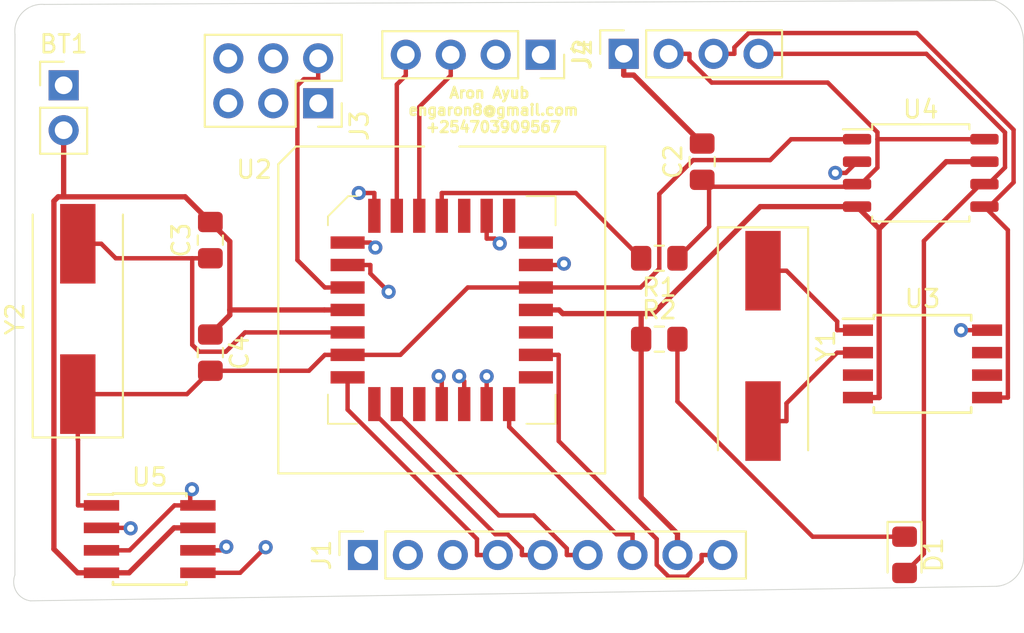
<source format=kicad_pcb>
(kicad_pcb (version 20171130) (host pcbnew "(5.1.5)-3")

  (general
    (thickness 1.6)
    (drawings 9)
    (tracks 298)
    (zones 0)
    (modules 17)
    (nets 31)
  )

  (page A4)
  (title_block
    (title "ARON AYUB")
    (date 2020-11-30)
    (rev 1)
  )

  (layers
    (0 F.Cu signal)
    (1 In1.Cu signal)
    (2 In2.Cu signal)
    (31 B.Cu signal)
    (32 B.Adhes user)
    (33 F.Adhes user)
    (34 B.Paste user)
    (35 F.Paste user)
    (36 B.SilkS user)
    (37 F.SilkS user)
    (38 B.Mask user)
    (39 F.Mask user)
    (40 Dwgs.User user)
    (41 Cmts.User user)
    (42 Eco1.User user)
    (43 Eco2.User user)
    (44 Edge.Cuts user)
    (45 Margin user)
    (46 B.CrtYd user)
    (47 F.CrtYd user)
    (48 B.Fab user)
    (49 F.Fab user)
  )

  (setup
    (last_trace_width 0.25)
    (trace_clearance 0.2)
    (zone_clearance 0.508)
    (zone_45_only no)
    (trace_min 0.2)
    (via_size 0.8)
    (via_drill 0.4)
    (via_min_size 0.4)
    (via_min_drill 0.3)
    (uvia_size 0.3)
    (uvia_drill 0.1)
    (uvias_allowed no)
    (uvia_min_size 0.2)
    (uvia_min_drill 0.1)
    (edge_width 0.05)
    (segment_width 0.2)
    (pcb_text_width 0.3)
    (pcb_text_size 1.5 1.5)
    (mod_edge_width 0.12)
    (mod_text_size 1 1)
    (mod_text_width 0.15)
    (pad_size 1.524 1.524)
    (pad_drill 0.762)
    (pad_to_mask_clearance 0.051)
    (solder_mask_min_width 0.25)
    (aux_axis_origin 0 0)
    (visible_elements 7FFFFFFF)
    (pcbplotparams
      (layerselection 0x010fc_ffffffff)
      (usegerberextensions true)
      (usegerberattributes false)
      (usegerberadvancedattributes false)
      (creategerberjobfile false)
      (excludeedgelayer true)
      (linewidth 0.100000)
      (plotframeref false)
      (viasonmask false)
      (mode 1)
      (useauxorigin false)
      (hpglpennumber 1)
      (hpglpenspeed 20)
      (hpglpendiameter 15.000000)
      (psnegative false)
      (psa4output false)
      (plotreference true)
      (plotvalue true)
      (plotinvisibletext false)
      (padsonsilk false)
      (subtractmaskfromsilk false)
      (outputformat 1)
      (mirror false)
      (drillshape 0)
      (scaleselection 1)
      (outputdirectory "PROJ3_4LAYER/"))
  )

  (net 0 "")
  (net 1 GNDPWR)
  (net 2 /VCC)
  (net 3 "Net-(C3-Pad1)")
  (net 4 /ADDR1)
  (net 5 /SCK)
  (net 6 "Net-(D1-Pad1)")
  (net 7 /D8)
  (net 8 /D7)
  (net 9 /D6)
  (net 10 /D5)
  (net 11 /D4)
  (net 12 /D3)
  (net 13 /D2)
  (net 14 /SDA)
  (net 15 /connectors1/RESET)
  (net 16 /MOSI)
  (net 17 /MISO)
  (net 18 /TX)
  (net 19 /RX)
  (net 20 /RESET)
  (net 21 "Net-(U2-Pad25)")
  (net 22 /ADDR2)
  (net 23 "Net-(U2-Pad21)")
  (net 24 "Net-(U2-Pad19)")
  (net 25 "Net-(U2-Pad14)")
  (net 26 "Net-(U2-Pad26)")
  (net 27 "Net-(U2-Pad28)")
  (net 28 "Net-(U3-Pad7)")
  (net 29 "Net-(U3-Pad2)")
  (net 30 "Net-(U3-Pad1)")

  (net_class Default "This is the default net class."
    (clearance 0.2)
    (trace_width 0.25)
    (via_dia 0.8)
    (via_drill 0.4)
    (uvia_dia 0.3)
    (uvia_drill 0.1)
    (add_net /ADDR1)
    (add_net /ADDR2)
    (add_net /D2)
    (add_net /D3)
    (add_net /D4)
    (add_net /D5)
    (add_net /D6)
    (add_net /D7)
    (add_net /D8)
    (add_net /MISO)
    (add_net /MOSI)
    (add_net /RESET)
    (add_net /RX)
    (add_net /SCK)
    (add_net /SDA)
    (add_net /TX)
    (add_net /VCC)
    (add_net /connectors1/RESET)
    (add_net "Net-(C3-Pad1)")
    (add_net "Net-(D1-Pad1)")
    (add_net "Net-(U2-Pad14)")
    (add_net "Net-(U2-Pad19)")
    (add_net "Net-(U2-Pad21)")
    (add_net "Net-(U2-Pad25)")
    (add_net "Net-(U2-Pad26)")
    (add_net "Net-(U2-Pad28)")
    (add_net "Net-(U3-Pad1)")
    (add_net "Net-(U3-Pad2)")
    (add_net "Net-(U3-Pad7)")
  )

  (net_class Power ""
    (clearance 0.2)
    (trace_width 0.3)
    (via_dia 1)
    (via_drill 0.6)
    (uvia_dia 0.3)
    (uvia_drill 0.1)
    (add_net GNDPWR)
  )

  (module Connector_PinSocket_2.54mm:PinSocket_2x03_P2.54mm_Vertical (layer F.Cu) (tedit 5A19A425) (tstamp 5FC4D052)
    (at 111.379 126.746 270)
    (descr "Through hole straight socket strip, 2x03, 2.54mm pitch, double cols (from Kicad 4.0.7), script generated")
    (tags "Through hole socket strip THT 2x03 2.54mm double row")
    (path /5FB3D407/5FB41717)
    (fp_text reference J3 (at 1.27 -2.33 90) (layer F.SilkS)
      (effects (font (size 1 1) (thickness 0.15)))
    )
    (fp_text value ICSP (at 1.27 7.41 90) (layer F.Fab)
      (effects (font (size 1 1) (thickness 0.15)))
    )
    (fp_text user %R (at 1.27 2.54) (layer F.Fab)
      (effects (font (size 1 1) (thickness 0.15)))
    )
    (fp_line (start -4.34 6.85) (end -4.34 -1.8) (layer F.CrtYd) (width 0.05))
    (fp_line (start 1.76 6.85) (end -4.34 6.85) (layer F.CrtYd) (width 0.05))
    (fp_line (start 1.76 -1.8) (end 1.76 6.85) (layer F.CrtYd) (width 0.05))
    (fp_line (start -4.34 -1.8) (end 1.76 -1.8) (layer F.CrtYd) (width 0.05))
    (fp_line (start 0 -1.33) (end 1.33 -1.33) (layer F.SilkS) (width 0.12))
    (fp_line (start 1.33 -1.33) (end 1.33 0) (layer F.SilkS) (width 0.12))
    (fp_line (start -1.27 -1.33) (end -1.27 1.27) (layer F.SilkS) (width 0.12))
    (fp_line (start -1.27 1.27) (end 1.33 1.27) (layer F.SilkS) (width 0.12))
    (fp_line (start 1.33 1.27) (end 1.33 6.41) (layer F.SilkS) (width 0.12))
    (fp_line (start -3.87 6.41) (end 1.33 6.41) (layer F.SilkS) (width 0.12))
    (fp_line (start -3.87 -1.33) (end -3.87 6.41) (layer F.SilkS) (width 0.12))
    (fp_line (start -3.87 -1.33) (end -1.27 -1.33) (layer F.SilkS) (width 0.12))
    (fp_line (start -3.81 6.35) (end -3.81 -1.27) (layer F.Fab) (width 0.1))
    (fp_line (start 1.27 6.35) (end -3.81 6.35) (layer F.Fab) (width 0.1))
    (fp_line (start 1.27 -0.27) (end 1.27 6.35) (layer F.Fab) (width 0.1))
    (fp_line (start 0.27 -1.27) (end 1.27 -0.27) (layer F.Fab) (width 0.1))
    (fp_line (start -3.81 -1.27) (end 0.27 -1.27) (layer F.Fab) (width 0.1))
    (pad 6 thru_hole oval (at -2.54 5.08 270) (size 1.7 1.7) (drill 1) (layers *.Cu *.Mask)
      (net 1 GNDPWR))
    (pad 5 thru_hole oval (at 0 5.08 270) (size 1.7 1.7) (drill 1) (layers *.Cu *.Mask)
      (net 15 /connectors1/RESET))
    (pad 4 thru_hole oval (at -2.54 2.54 270) (size 1.7 1.7) (drill 1) (layers *.Cu *.Mask)
      (net 16 /MOSI))
    (pad 3 thru_hole oval (at 0 2.54 270) (size 1.7 1.7) (drill 1) (layers *.Cu *.Mask)
      (net 5 /SCK))
    (pad 2 thru_hole oval (at -2.54 0 270) (size 1.7 1.7) (drill 1) (layers *.Cu *.Mask)
      (net 2 /VCC))
    (pad 1 thru_hole rect (at 0 0 270) (size 1.7 1.7) (drill 1) (layers *.Cu *.Mask)
      (net 17 /MISO))
    (model ${KISYS3DMOD}/Connector_PinSocket_2.54mm.3dshapes/PinSocket_2x03_P2.54mm_Vertical.wrl
      (at (xyz 0 0 0))
      (scale (xyz 1 1 1))
      (rotate (xyz 0 0 0))
    )
  )

  (module Connector_PinSocket_2.54mm:PinSocket_1x04_P2.54mm_Vertical (layer F.Cu) (tedit 5A19A429) (tstamp 5FC4D06A)
    (at 123.952 124.002 270)
    (descr "Through hole straight socket strip, 1x04, 2.54mm pitch, single row (from Kicad 4.0.7), script generated")
    (tags "Through hole socket strip THT 1x04 2.54mm single row")
    (path /5FB3D407/5FB56E03)
    (fp_text reference J4 (at 0 -2.33 90) (layer F.SilkS)
      (effects (font (size 1 1) (thickness 0.15)))
    )
    (fp_text value serial (at 0 9.95 90) (layer F.Fab)
      (effects (font (size 1 1) (thickness 0.15)))
    )
    (fp_text user %R (at 0 3.81) (layer F.Fab)
      (effects (font (size 1 1) (thickness 0.15)))
    )
    (fp_line (start -1.8 9.4) (end -1.8 -1.8) (layer F.CrtYd) (width 0.05))
    (fp_line (start 1.75 9.4) (end -1.8 9.4) (layer F.CrtYd) (width 0.05))
    (fp_line (start 1.75 -1.8) (end 1.75 9.4) (layer F.CrtYd) (width 0.05))
    (fp_line (start -1.8 -1.8) (end 1.75 -1.8) (layer F.CrtYd) (width 0.05))
    (fp_line (start 0 -1.33) (end 1.33 -1.33) (layer F.SilkS) (width 0.12))
    (fp_line (start 1.33 -1.33) (end 1.33 0) (layer F.SilkS) (width 0.12))
    (fp_line (start 1.33 1.27) (end 1.33 8.95) (layer F.SilkS) (width 0.12))
    (fp_line (start -1.33 8.95) (end 1.33 8.95) (layer F.SilkS) (width 0.12))
    (fp_line (start -1.33 1.27) (end -1.33 8.95) (layer F.SilkS) (width 0.12))
    (fp_line (start -1.33 1.27) (end 1.33 1.27) (layer F.SilkS) (width 0.12))
    (fp_line (start -1.27 8.89) (end -1.27 -1.27) (layer F.Fab) (width 0.1))
    (fp_line (start 1.27 8.89) (end -1.27 8.89) (layer F.Fab) (width 0.1))
    (fp_line (start 1.27 -0.635) (end 1.27 8.89) (layer F.Fab) (width 0.1))
    (fp_line (start 0.635 -1.27) (end 1.27 -0.635) (layer F.Fab) (width 0.1))
    (fp_line (start -1.27 -1.27) (end 0.635 -1.27) (layer F.Fab) (width 0.1))
    (pad 4 thru_hole oval (at 0 7.62 270) (size 1.7 1.7) (drill 1) (layers *.Cu *.Mask)
      (net 18 /TX))
    (pad 3 thru_hole oval (at 0 5.08 270) (size 1.7 1.7) (drill 1) (layers *.Cu *.Mask)
      (net 19 /RX))
    (pad 2 thru_hole oval (at 0 2.54 270) (size 1.7 1.7) (drill 1) (layers *.Cu *.Mask)
      (net 2 /VCC))
    (pad 1 thru_hole rect (at 0 0 270) (size 1.7 1.7) (drill 1) (layers *.Cu *.Mask)
      (net 1 GNDPWR))
    (model ${KISYS3DMOD}/Connector_PinSocket_2.54mm.3dshapes/PinSocket_1x04_P2.54mm_Vertical.wrl
      (at (xyz 0 0 0))
      (scale (xyz 1 1 1))
      (rotate (xyz 0 0 0))
    )
  )

  (module Connector_PinSocket_2.54mm:PinSocket_1x04_P2.54mm_Vertical (layer F.Cu) (tedit 5A19A429) (tstamp 5FC4D036)
    (at 128.651 123.952 90)
    (descr "Through hole straight socket strip, 1x04, 2.54mm pitch, single row (from Kicad 4.0.7), script generated")
    (tags "Through hole socket strip THT 1x04 2.54mm single row")
    (path /5FB3D407/5FB43876)
    (fp_text reference J2 (at 0 -2.33 90) (layer F.SilkS)
      (effects (font (size 1 1) (thickness 0.15)))
    )
    (fp_text value I2C (at 0 9.95 90) (layer F.Fab)
      (effects (font (size 1 1) (thickness 0.15)))
    )
    (fp_text user %R (at 0 3.81) (layer F.Fab)
      (effects (font (size 1 1) (thickness 0.15)))
    )
    (fp_line (start -1.8 9.4) (end -1.8 -1.8) (layer F.CrtYd) (width 0.05))
    (fp_line (start 1.75 9.4) (end -1.8 9.4) (layer F.CrtYd) (width 0.05))
    (fp_line (start 1.75 -1.8) (end 1.75 9.4) (layer F.CrtYd) (width 0.05))
    (fp_line (start -1.8 -1.8) (end 1.75 -1.8) (layer F.CrtYd) (width 0.05))
    (fp_line (start 0 -1.33) (end 1.33 -1.33) (layer F.SilkS) (width 0.12))
    (fp_line (start 1.33 -1.33) (end 1.33 0) (layer F.SilkS) (width 0.12))
    (fp_line (start 1.33 1.27) (end 1.33 8.95) (layer F.SilkS) (width 0.12))
    (fp_line (start -1.33 8.95) (end 1.33 8.95) (layer F.SilkS) (width 0.12))
    (fp_line (start -1.33 1.27) (end -1.33 8.95) (layer F.SilkS) (width 0.12))
    (fp_line (start -1.33 1.27) (end 1.33 1.27) (layer F.SilkS) (width 0.12))
    (fp_line (start -1.27 8.89) (end -1.27 -1.27) (layer F.Fab) (width 0.1))
    (fp_line (start 1.27 8.89) (end -1.27 8.89) (layer F.Fab) (width 0.1))
    (fp_line (start 1.27 -0.635) (end 1.27 8.89) (layer F.Fab) (width 0.1))
    (fp_line (start 0.635 -1.27) (end 1.27 -0.635) (layer F.Fab) (width 0.1))
    (fp_line (start -1.27 -1.27) (end 0.635 -1.27) (layer F.Fab) (width 0.1))
    (pad 4 thru_hole oval (at 0 7.62 90) (size 1.7 1.7) (drill 1) (layers *.Cu *.Mask)
      (net 5 /SCK))
    (pad 3 thru_hole oval (at 0 5.08 90) (size 1.7 1.7) (drill 1) (layers *.Cu *.Mask)
      (net 14 /SDA))
    (pad 2 thru_hole oval (at 0 2.54 90) (size 1.7 1.7) (drill 1) (layers *.Cu *.Mask)
      (net 2 /VCC))
    (pad 1 thru_hole rect (at 0 0 90) (size 1.7 1.7) (drill 1) (layers *.Cu *.Mask)
      (net 1 GNDPWR))
    (model ${KISYS3DMOD}/Connector_PinSocket_2.54mm.3dshapes/PinSocket_1x04_P2.54mm_Vertical.wrl
      (at (xyz 0 0 0))
      (scale (xyz 1 1 1))
      (rotate (xyz 0 0 0))
    )
  )

  (module Connector_PinSocket_2.54mm:PinSocket_1x09_P2.54mm_Vertical (layer F.Cu) (tedit 5A19A431) (tstamp 5FC4D01E)
    (at 113.91 152.284 90)
    (descr "Through hole straight socket strip, 1x09, 2.54mm pitch, single row (from Kicad 4.0.7), script generated")
    (tags "Through hole socket strip THT 1x09 2.54mm single row")
    (path /5FB3D407/5FB42BF0)
    (fp_text reference J1 (at 0 -2.33 90) (layer F.SilkS)
      (effects (font (size 1 1) (thickness 0.15)))
    )
    (fp_text value "digital pins" (at 0 22.65 90) (layer F.Fab)
      (effects (font (size 1 1) (thickness 0.15)))
    )
    (fp_text user %R (at 0 10.16) (layer F.Fab)
      (effects (font (size 1 1) (thickness 0.15)))
    )
    (fp_line (start -1.8 22.1) (end -1.8 -1.8) (layer F.CrtYd) (width 0.05))
    (fp_line (start 1.75 22.1) (end -1.8 22.1) (layer F.CrtYd) (width 0.05))
    (fp_line (start 1.75 -1.8) (end 1.75 22.1) (layer F.CrtYd) (width 0.05))
    (fp_line (start -1.8 -1.8) (end 1.75 -1.8) (layer F.CrtYd) (width 0.05))
    (fp_line (start 0 -1.33) (end 1.33 -1.33) (layer F.SilkS) (width 0.12))
    (fp_line (start 1.33 -1.33) (end 1.33 0) (layer F.SilkS) (width 0.12))
    (fp_line (start 1.33 1.27) (end 1.33 21.65) (layer F.SilkS) (width 0.12))
    (fp_line (start -1.33 21.65) (end 1.33 21.65) (layer F.SilkS) (width 0.12))
    (fp_line (start -1.33 1.27) (end -1.33 21.65) (layer F.SilkS) (width 0.12))
    (fp_line (start -1.33 1.27) (end 1.33 1.27) (layer F.SilkS) (width 0.12))
    (fp_line (start -1.27 21.59) (end -1.27 -1.27) (layer F.Fab) (width 0.1))
    (fp_line (start 1.27 21.59) (end -1.27 21.59) (layer F.Fab) (width 0.1))
    (fp_line (start 1.27 -0.635) (end 1.27 21.59) (layer F.Fab) (width 0.1))
    (fp_line (start 0.635 -1.27) (end 1.27 -0.635) (layer F.Fab) (width 0.1))
    (fp_line (start -1.27 -1.27) (end 0.635 -1.27) (layer F.Fab) (width 0.1))
    (pad 9 thru_hole oval (at 0 20.32 90) (size 1.7 1.7) (drill 1) (layers *.Cu *.Mask)
      (net 2 /VCC))
    (pad 8 thru_hole oval (at 0 17.78 90) (size 1.7 1.7) (drill 1) (layers *.Cu *.Mask)
      (net 1 GNDPWR))
    (pad 7 thru_hole oval (at 0 15.24 90) (size 1.7 1.7) (drill 1) (layers *.Cu *.Mask)
      (net 7 /D8))
    (pad 6 thru_hole oval (at 0 12.7 90) (size 1.7 1.7) (drill 1) (layers *.Cu *.Mask)
      (net 8 /D7))
    (pad 5 thru_hole oval (at 0 10.16 90) (size 1.7 1.7) (drill 1) (layers *.Cu *.Mask)
      (net 9 /D6))
    (pad 4 thru_hole oval (at 0 7.62 90) (size 1.7 1.7) (drill 1) (layers *.Cu *.Mask)
      (net 10 /D5))
    (pad 3 thru_hole oval (at 0 5.08 90) (size 1.7 1.7) (drill 1) (layers *.Cu *.Mask)
      (net 11 /D4))
    (pad 2 thru_hole oval (at 0 2.54 90) (size 1.7 1.7) (drill 1) (layers *.Cu *.Mask)
      (net 12 /D3))
    (pad 1 thru_hole rect (at 0 0 90) (size 1.7 1.7) (drill 1) (layers *.Cu *.Mask)
      (net 13 /D2))
    (model ${KISYS3DMOD}/Connector_PinSocket_2.54mm.3dshapes/PinSocket_1x09_P2.54mm_Vertical.wrl
      (at (xyz 0 0 0))
      (scale (xyz 1 1 1))
      (rotate (xyz 0 0 0))
    )
  )

  (module Crystal:Crystal_SMD_HC49-SD (layer F.Cu) (tedit 5A1AD52C) (tstamp 5FC4D155)
    (at 97.79 138.938 90)
    (descr "SMD Crystal HC-49-SD http://cdn-reichelt.de/documents/datenblatt/B400/xxx-HC49-SMD.pdf, 11.4x4.7mm^2 package")
    (tags "SMD SMT crystal")
    (path /5FB2843F)
    (attr smd)
    (fp_text reference Y2 (at 0 -3.55 90) (layer F.SilkS)
      (effects (font (size 1 1) (thickness 0.15)))
    )
    (fp_text value "Crystal 16Mhz" (at 0 3.55 90) (layer F.Fab)
      (effects (font (size 1 1) (thickness 0.15)))
    )
    (fp_arc (start 3.015 0) (end 3.015 -2.115) (angle 180) (layer F.Fab) (width 0.1))
    (fp_arc (start -3.015 0) (end -3.015 -2.115) (angle -180) (layer F.Fab) (width 0.1))
    (fp_line (start 6.8 -2.6) (end -6.8 -2.6) (layer F.CrtYd) (width 0.05))
    (fp_line (start 6.8 2.6) (end 6.8 -2.6) (layer F.CrtYd) (width 0.05))
    (fp_line (start -6.8 2.6) (end 6.8 2.6) (layer F.CrtYd) (width 0.05))
    (fp_line (start -6.8 -2.6) (end -6.8 2.6) (layer F.CrtYd) (width 0.05))
    (fp_line (start -6.7 2.55) (end 5.9 2.55) (layer F.SilkS) (width 0.12))
    (fp_line (start -6.7 -2.55) (end -6.7 2.55) (layer F.SilkS) (width 0.12))
    (fp_line (start 5.9 -2.55) (end -6.7 -2.55) (layer F.SilkS) (width 0.12))
    (fp_line (start -3.015 2.115) (end 3.015 2.115) (layer F.Fab) (width 0.1))
    (fp_line (start -3.015 -2.115) (end 3.015 -2.115) (layer F.Fab) (width 0.1))
    (fp_line (start 5.7 -2.35) (end -5.7 -2.35) (layer F.Fab) (width 0.1))
    (fp_line (start 5.7 2.35) (end 5.7 -2.35) (layer F.Fab) (width 0.1))
    (fp_line (start -5.7 2.35) (end 5.7 2.35) (layer F.Fab) (width 0.1))
    (fp_line (start -5.7 -2.35) (end -5.7 2.35) (layer F.Fab) (width 0.1))
    (fp_text user %R (at 0 0 90) (layer F.Fab)
      (effects (font (size 1 1) (thickness 0.15)))
    )
    (pad 2 smd rect (at 4.25 0 90) (size 4.5 2) (layers F.Cu F.Paste F.Mask)
      (net 3 "Net-(C3-Pad1)"))
    (pad 1 smd rect (at -4.25 0 90) (size 4.5 2) (layers F.Cu F.Paste F.Mask)
      (net 4 /ADDR1))
    (model ${KISYS3DMOD}/Crystal.3dshapes/Crystal_SMD_HC49-SD.wrl
      (at (xyz 0 0 0))
      (scale (xyz 1 1 1))
      (rotate (xyz 0 0 0))
    )
  )

  (module Crystal:Crystal_SMD_HC49-SD (layer F.Cu) (tedit 5A1AD52C) (tstamp 5FC4D13F)
    (at 136.525 140.462 270)
    (descr "SMD Crystal HC-49-SD http://cdn-reichelt.de/documents/datenblatt/B400/xxx-HC49-SMD.pdf, 11.4x4.7mm^2 package")
    (tags "SMD SMT crystal")
    (path /5FB27667)
    (attr smd)
    (fp_text reference Y1 (at 0 -3.55 90) (layer F.SilkS)
      (effects (font (size 1 1) (thickness 0.15)))
    )
    (fp_text value "Crystal 32MHz" (at 0 3.55 90) (layer F.Fab)
      (effects (font (size 1 1) (thickness 0.15)))
    )
    (fp_arc (start 3.015 0) (end 3.015 -2.115) (angle 180) (layer F.Fab) (width 0.1))
    (fp_arc (start -3.015 0) (end -3.015 -2.115) (angle -180) (layer F.Fab) (width 0.1))
    (fp_line (start 6.8 -2.6) (end -6.8 -2.6) (layer F.CrtYd) (width 0.05))
    (fp_line (start 6.8 2.6) (end 6.8 -2.6) (layer F.CrtYd) (width 0.05))
    (fp_line (start -6.8 2.6) (end 6.8 2.6) (layer F.CrtYd) (width 0.05))
    (fp_line (start -6.8 -2.6) (end -6.8 2.6) (layer F.CrtYd) (width 0.05))
    (fp_line (start -6.7 2.55) (end 5.9 2.55) (layer F.SilkS) (width 0.12))
    (fp_line (start -6.7 -2.55) (end -6.7 2.55) (layer F.SilkS) (width 0.12))
    (fp_line (start 5.9 -2.55) (end -6.7 -2.55) (layer F.SilkS) (width 0.12))
    (fp_line (start -3.015 2.115) (end 3.015 2.115) (layer F.Fab) (width 0.1))
    (fp_line (start -3.015 -2.115) (end 3.015 -2.115) (layer F.Fab) (width 0.1))
    (fp_line (start 5.7 -2.35) (end -5.7 -2.35) (layer F.Fab) (width 0.1))
    (fp_line (start 5.7 2.35) (end 5.7 -2.35) (layer F.Fab) (width 0.1))
    (fp_line (start -5.7 2.35) (end 5.7 2.35) (layer F.Fab) (width 0.1))
    (fp_line (start -5.7 -2.35) (end -5.7 2.35) (layer F.Fab) (width 0.1))
    (fp_text user %R (at 0 0 90) (layer F.Fab)
      (effects (font (size 1 1) (thickness 0.15)))
    )
    (pad 2 smd rect (at 4.25 0 270) (size 4.5 2) (layers F.Cu F.Paste F.Mask)
      (net 29 "Net-(U3-Pad2)"))
    (pad 1 smd rect (at -4.25 0 270) (size 4.5 2) (layers F.Cu F.Paste F.Mask)
      (net 30 "Net-(U3-Pad1)"))
    (model ${KISYS3DMOD}/Crystal.3dshapes/Crystal_SMD_HC49-SD.wrl
      (at (xyz 0 0 0))
      (scale (xyz 1 1 1))
      (rotate (xyz 0 0 0))
    )
  )

  (module Package_SO:PowerIntegrations_SO-8 (layer F.Cu) (tedit 5A42316D) (tstamp 5FC4F285)
    (at 101.854 151.384)
    (descr "Power-Integrations variant of 8-Lead Plastic Small Outline (SN) - Narrow, 3.90 mm Body [SOIC], see https://ac-dc.power.com/sites/default/files/product-docs/senzero_family_datasheet.pdf")
    (tags "SOIC 1.27")
    (path /5FB2E43B)
    (attr smd)
    (fp_text reference U5 (at 0 -3.5) (layer F.SilkS)
      (effects (font (size 1 1) (thickness 0.15)))
    )
    (fp_text value 24LC1025 (at 0 3.5) (layer F.Fab)
      (effects (font (size 1 1) (thickness 0.15)))
    )
    (fp_text user %R (at 0 0) (layer F.Fab)
      (effects (font (size 1 1) (thickness 0.15)))
    )
    (fp_line (start -0.95 -2.45) (end 1.95 -2.45) (layer F.Fab) (width 0.1))
    (fp_line (start 1.95 -2.45) (end 1.95 2.45) (layer F.Fab) (width 0.1))
    (fp_line (start 1.95 2.45) (end -1.95 2.45) (layer F.Fab) (width 0.1))
    (fp_line (start -1.95 2.45) (end -1.95 -1.45) (layer F.Fab) (width 0.1))
    (fp_line (start -1.95 -1.45) (end -0.95 -2.45) (layer F.Fab) (width 0.1))
    (fp_line (start -2.075 -2.575) (end -2.075 -2.525) (layer F.SilkS) (width 0.15))
    (fp_line (start 2.075 -2.575) (end 2.075 -2.43) (layer F.SilkS) (width 0.15))
    (fp_line (start 2.075 2.575) (end 2.075 2.43) (layer F.SilkS) (width 0.15))
    (fp_line (start -2.075 2.575) (end -2.075 2.43) (layer F.SilkS) (width 0.15))
    (fp_line (start -2.075 -2.575) (end 2.075 -2.575) (layer F.SilkS) (width 0.15))
    (fp_line (start -2.075 2.575) (end 2.075 2.575) (layer F.SilkS) (width 0.15))
    (fp_line (start -2.075 -2.525) (end -3.475 -2.525) (layer F.SilkS) (width 0.15))
    (fp_line (start -3.98 -2.7) (end 3.97 -2.7) (layer F.CrtYd) (width 0.05))
    (fp_line (start -3.98 -2.7) (end -3.98 2.7) (layer F.CrtYd) (width 0.05))
    (fp_line (start 3.97 2.7) (end 3.97 -2.7) (layer F.CrtYd) (width 0.05))
    (fp_line (start 3.97 2.7) (end -3.98 2.7) (layer F.CrtYd) (width 0.05))
    (pad 1 smd rect (at -2.725 -1.905) (size 2 0.6) (layers F.Cu F.Paste F.Mask)
      (net 4 /ADDR1))
    (pad 2 smd rect (at -2.725 -0.635) (size 2 0.6) (layers F.Cu F.Paste F.Mask)
      (net 22 /ADDR2))
    (pad 3 smd rect (at -2.725 0.635) (size 2 0.6) (layers F.Cu F.Paste F.Mask)
      (net 2 /VCC))
    (pad 4 smd rect (at -2.725 1.905) (size 2 0.6) (layers F.Cu F.Paste F.Mask)
      (net 1 GNDPWR))
    (pad 5 smd rect (at 2.725 1.905) (size 2 0.6) (layers F.Cu F.Paste F.Mask)
      (net 14 /SDA))
    (pad 6 smd rect (at 2.725 0.635) (size 2 0.6) (layers F.Cu F.Paste F.Mask)
      (net 5 /SCK))
    (pad 7 smd rect (at 2.725 -0.635) (size 2 0.6) (layers F.Cu F.Paste F.Mask)
      (net 1 GNDPWR))
    (pad 8 smd rect (at 2.725 -1.905) (size 2 0.6) (layers F.Cu F.Paste F.Mask)
      (net 2 /VCC))
    (model ${KISYS3DMOD}/Package_SO.3dshapes/PowerIntegrations_SO-8.wrl
      (at (xyz 0 0 0))
      (scale (xyz 1 1 1))
      (rotate (xyz 0 0 0))
    )
  )

  (module Package_SO:SOIC-8_5.275x5.275mm_P1.27mm (layer F.Cu) (tedit 5D9F72B1) (tstamp 5FC4D10C)
    (at 145.442 130.683)
    (descr "SOIC, 8 Pin (http://ww1.microchip.com/downloads/en/DeviceDoc/20005045C.pdf#page=23), generated with kicad-footprint-generator ipc_gullwing_generator.py")
    (tags "SOIC SO")
    (path /5FB291EC)
    (attr smd)
    (fp_text reference U4 (at 0 -3.59) (layer F.SilkS)
      (effects (font (size 1 1) (thickness 0.15)))
    )
    (fp_text value 24LC1025 (at 0 3.59) (layer F.Fab)
      (effects (font (size 1 1) (thickness 0.15)))
    )
    (fp_text user %R (at 0 0) (layer F.Fab)
      (effects (font (size 1 1) (thickness 0.15)))
    )
    (fp_line (start 4.65 -2.89) (end -4.65 -2.89) (layer F.CrtYd) (width 0.05))
    (fp_line (start 4.65 2.89) (end 4.65 -2.89) (layer F.CrtYd) (width 0.05))
    (fp_line (start -4.65 2.89) (end 4.65 2.89) (layer F.CrtYd) (width 0.05))
    (fp_line (start -4.65 -2.89) (end -4.65 2.89) (layer F.CrtYd) (width 0.05))
    (fp_line (start -2.6375 -1.6375) (end -1.6375 -2.6375) (layer F.Fab) (width 0.1))
    (fp_line (start -2.6375 2.6375) (end -2.6375 -1.6375) (layer F.Fab) (width 0.1))
    (fp_line (start 2.6375 2.6375) (end -2.6375 2.6375) (layer F.Fab) (width 0.1))
    (fp_line (start 2.6375 -2.6375) (end 2.6375 2.6375) (layer F.Fab) (width 0.1))
    (fp_line (start -1.6375 -2.6375) (end 2.6375 -2.6375) (layer F.Fab) (width 0.1))
    (fp_line (start -2.7475 -2.465) (end -4.4 -2.465) (layer F.SilkS) (width 0.12))
    (fp_line (start -2.7475 -2.7475) (end -2.7475 -2.465) (layer F.SilkS) (width 0.12))
    (fp_line (start 0 -2.7475) (end -2.7475 -2.7475) (layer F.SilkS) (width 0.12))
    (fp_line (start 2.7475 -2.7475) (end 2.7475 -2.465) (layer F.SilkS) (width 0.12))
    (fp_line (start 0 -2.7475) (end 2.7475 -2.7475) (layer F.SilkS) (width 0.12))
    (fp_line (start -2.7475 2.7475) (end -2.7475 2.465) (layer F.SilkS) (width 0.12))
    (fp_line (start 0 2.7475) (end -2.7475 2.7475) (layer F.SilkS) (width 0.12))
    (fp_line (start 2.7475 2.7475) (end 2.7475 2.465) (layer F.SilkS) (width 0.12))
    (fp_line (start 0 2.7475) (end 2.7475 2.7475) (layer F.SilkS) (width 0.12))
    (pad 8 smd roundrect (at 3.6 -1.905) (size 1.6 0.6) (layers F.Cu F.Paste F.Mask) (roundrect_rratio 0.25)
      (net 2 /VCC))
    (pad 7 smd roundrect (at 3.6 -0.635) (size 1.6 0.6) (layers F.Cu F.Paste F.Mask) (roundrect_rratio 0.25)
      (net 1 GNDPWR))
    (pad 6 smd roundrect (at 3.6 0.635) (size 1.6 0.6) (layers F.Cu F.Paste F.Mask) (roundrect_rratio 0.25)
      (net 5 /SCK))
    (pad 5 smd roundrect (at 3.6 1.905) (size 1.6 0.6) (layers F.Cu F.Paste F.Mask) (roundrect_rratio 0.25)
      (net 14 /SDA))
    (pad 4 smd roundrect (at -3.6 1.905) (size 1.6 0.6) (layers F.Cu F.Paste F.Mask) (roundrect_rratio 0.25)
      (net 1 GNDPWR))
    (pad 3 smd roundrect (at -3.6 0.635) (size 1.6 0.6) (layers F.Cu F.Paste F.Mask) (roundrect_rratio 0.25)
      (net 2 /VCC))
    (pad 2 smd roundrect (at -3.6 -0.635) (size 1.6 0.6) (layers F.Cu F.Paste F.Mask) (roundrect_rratio 0.25)
      (net 22 /ADDR2))
    (pad 1 smd roundrect (at -3.6 -1.905) (size 1.6 0.6) (layers F.Cu F.Paste F.Mask) (roundrect_rratio 0.25)
      (net 4 /ADDR1))
    (model ${KISYS3DMOD}/Package_SO.3dshapes/SOIC-8_5.275x5.275mm_P1.27mm.wrl
      (at (xyz 0 0 0))
      (scale (xyz 1 1 1))
      (rotate (xyz 0 0 0))
    )
  )

  (module Package_SO:SOIJ-8_5.3x5.3mm_P1.27mm (layer F.Cu) (tedit 5A02F2D3) (tstamp 5FC4D0ED)
    (at 145.542 141.478)
    (descr "8-Lead Plastic Small Outline (SM) - Medium, 5.28 mm Body [SOIC] (see Microchip Packaging Specification 00000049BS.pdf)")
    (tags "SOIC 1.27")
    (path /5FB26A21)
    (attr smd)
    (fp_text reference U3 (at 0 -3.68) (layer F.SilkS)
      (effects (font (size 1 1) (thickness 0.15)))
    )
    (fp_text value DS1337_PDv2 (at 0 3.68) (layer F.Fab)
      (effects (font (size 1 1) (thickness 0.15)))
    )
    (fp_line (start -2.75 -2.55) (end -4.5 -2.55) (layer F.SilkS) (width 0.15))
    (fp_line (start -2.75 2.755) (end 2.75 2.755) (layer F.SilkS) (width 0.15))
    (fp_line (start -2.75 -2.755) (end 2.75 -2.755) (layer F.SilkS) (width 0.15))
    (fp_line (start -2.75 2.755) (end -2.75 2.455) (layer F.SilkS) (width 0.15))
    (fp_line (start 2.75 2.755) (end 2.75 2.455) (layer F.SilkS) (width 0.15))
    (fp_line (start 2.75 -2.755) (end 2.75 -2.455) (layer F.SilkS) (width 0.15))
    (fp_line (start -2.75 -2.755) (end -2.75 -2.55) (layer F.SilkS) (width 0.15))
    (fp_line (start -4.75 2.95) (end 4.75 2.95) (layer F.CrtYd) (width 0.05))
    (fp_line (start -4.75 -2.95) (end 4.75 -2.95) (layer F.CrtYd) (width 0.05))
    (fp_line (start 4.75 -2.95) (end 4.75 2.95) (layer F.CrtYd) (width 0.05))
    (fp_line (start -4.75 -2.95) (end -4.75 2.95) (layer F.CrtYd) (width 0.05))
    (fp_line (start -2.65 -1.65) (end -1.65 -2.65) (layer F.Fab) (width 0.15))
    (fp_line (start -2.65 2.65) (end -2.65 -1.65) (layer F.Fab) (width 0.15))
    (fp_line (start 2.65 2.65) (end -2.65 2.65) (layer F.Fab) (width 0.15))
    (fp_line (start 2.65 -2.65) (end 2.65 2.65) (layer F.Fab) (width 0.15))
    (fp_line (start -1.65 -2.65) (end 2.65 -2.65) (layer F.Fab) (width 0.15))
    (fp_text user %R (at 0 0) (layer F.Fab)
      (effects (font (size 1 1) (thickness 0.15)))
    )
    (pad 8 smd rect (at 3.65 -1.905) (size 1.7 0.65) (layers F.Cu F.Paste F.Mask)
      (net 2 /VCC))
    (pad 7 smd rect (at 3.65 -0.635) (size 1.7 0.65) (layers F.Cu F.Paste F.Mask)
      (net 28 "Net-(U3-Pad7)"))
    (pad 6 smd rect (at 3.65 0.635) (size 1.7 0.65) (layers F.Cu F.Paste F.Mask))
    (pad 5 smd rect (at 3.65 1.905) (size 1.7 0.65) (layers F.Cu F.Paste F.Mask)
      (net 14 /SDA))
    (pad 4 smd rect (at -3.65 1.905) (size 1.7 0.65) (layers F.Cu F.Paste F.Mask)
      (net 1 GNDPWR))
    (pad 3 smd rect (at -3.65 0.635) (size 1.7 0.65) (layers F.Cu F.Paste F.Mask))
    (pad 2 smd rect (at -3.65 -0.635) (size 1.7 0.65) (layers F.Cu F.Paste F.Mask)
      (net 29 "Net-(U3-Pad2)"))
    (pad 1 smd rect (at -3.65 -1.905) (size 1.7 0.65) (layers F.Cu F.Paste F.Mask)
      (net 30 "Net-(U3-Pad1)"))
    (model ${KISYS3DMOD}/Package_SO.3dshapes/SOIJ-8_5.3x5.3mm_P1.27mm.wrl
      (at (xyz 0 0 0))
      (scale (xyz 1 1 1))
      (rotate (xyz 0 0 0))
    )
  )

  (module Package_LCC:PLCC-28_SMD-Socket (layer F.Cu) (tedit 5A02ECC8) (tstamp 5FC4D0D0)
    (at 118.364 138.43)
    (descr "PLCC, 28 pins, surface mount")
    (tags "plcc smt")
    (path /5FB22A34)
    (attr smd)
    (fp_text reference U2 (at -10.6045 -7.9375) (layer F.SilkS)
      (effects (font (size 1 1) (thickness 0.15)))
    )
    (fp_text value ATmega328P-PU (at 0 10.09) (layer F.Fab)
      (effects (font (size 1 1) (thickness 0.15)))
    )
    (fp_text user %R (at 0 0) (layer F.Fab)
      (effects (font (size 1 1) (thickness 0.15)))
    )
    (fp_line (start 6.435 6.435) (end 6.435 4.785) (layer F.SilkS) (width 0.1))
    (fp_line (start 4.785 6.435) (end 6.435 6.435) (layer F.SilkS) (width 0.1))
    (fp_line (start -6.435 6.435) (end -6.435 4.785) (layer F.SilkS) (width 0.1))
    (fp_line (start -4.785 6.435) (end -6.435 6.435) (layer F.SilkS) (width 0.1))
    (fp_line (start 6.435 -6.435) (end 6.435 -4.785) (layer F.SilkS) (width 0.1))
    (fp_line (start 4.785 -6.435) (end 6.435 -6.435) (layer F.SilkS) (width 0.1))
    (fp_line (start -6.435 -5.285) (end -6.435 -4.785) (layer F.SilkS) (width 0.1))
    (fp_line (start -5.285 -6.435) (end -6.435 -5.285) (layer F.SilkS) (width 0.1))
    (fp_line (start -4.785 -6.435) (end -5.285 -6.435) (layer F.SilkS) (width 0.1))
    (fp_line (start 9.24 -9.24) (end 1 -9.24) (layer F.SilkS) (width 0.12))
    (fp_line (start 9.24 9.24) (end 9.24 -9.24) (layer F.SilkS) (width 0.12))
    (fp_line (start -9.24 9.24) (end 9.24 9.24) (layer F.SilkS) (width 0.12))
    (fp_line (start -9.24 -8.24) (end -9.24 9.24) (layer F.SilkS) (width 0.12))
    (fp_line (start -8.24 -9.24) (end -9.24 -8.24) (layer F.SilkS) (width 0.12))
    (fp_line (start -1 -9.24) (end -8.24 -9.24) (layer F.SilkS) (width 0.12))
    (fp_line (start 0 -8.09) (end 0.5 -9.09) (layer F.Fab) (width 0.1))
    (fp_line (start -0.5 -9.09) (end 0 -8.09) (layer F.Fab) (width 0.1))
    (fp_line (start 7.82 -7.82) (end -7.82 -7.82) (layer F.Fab) (width 0.1))
    (fp_line (start 7.82 7.82) (end 7.82 -7.82) (layer F.Fab) (width 0.1))
    (fp_line (start -7.82 7.82) (end 7.82 7.82) (layer F.Fab) (width 0.1))
    (fp_line (start -7.82 -7.82) (end -7.82 7.82) (layer F.Fab) (width 0.1))
    (fp_line (start 6.285 -6.285) (end -5.285 -6.285) (layer F.Fab) (width 0.1))
    (fp_line (start 6.285 6.285) (end 6.285 -6.285) (layer F.Fab) (width 0.1))
    (fp_line (start -6.285 6.285) (end 6.285 6.285) (layer F.Fab) (width 0.1))
    (fp_line (start -6.285 -5.285) (end -6.285 6.285) (layer F.Fab) (width 0.1))
    (fp_line (start -5.285 -6.285) (end -6.285 -5.285) (layer F.Fab) (width 0.1))
    (fp_line (start 9.55 -9.55) (end -9.55 -9.55) (layer F.CrtYd) (width 0.05))
    (fp_line (start 9.55 9.55) (end 9.55 -9.55) (layer F.CrtYd) (width 0.05))
    (fp_line (start -9.55 9.55) (end 9.55 9.55) (layer F.CrtYd) (width 0.05))
    (fp_line (start -9.55 -9.55) (end -9.55 9.55) (layer F.CrtYd) (width 0.05))
    (fp_line (start 9.09 -9.09) (end -8.09 -9.09) (layer F.Fab) (width 0.1))
    (fp_line (start 9.09 9.09) (end 9.09 -9.09) (layer F.Fab) (width 0.1))
    (fp_line (start -9.09 9.09) (end 9.09 9.09) (layer F.Fab) (width 0.1))
    (fp_line (start -9.09 -8.09) (end -9.09 9.09) (layer F.Fab) (width 0.1))
    (fp_line (start -8.09 -9.09) (end -9.09 -8.09) (layer F.Fab) (width 0.1))
    (pad 25 smd rect (at 5.3225 -3.81) (size 1.925 0.7) (layers F.Cu F.Paste F.Mask)
      (net 21 "Net-(U2-Pad25)"))
    (pad 24 smd rect (at 5.3225 -2.54) (size 1.925 0.7) (layers F.Cu F.Paste F.Mask)
      (net 22 /ADDR2))
    (pad 23 smd rect (at 5.3225 -1.27) (size 1.925 0.7) (layers F.Cu F.Paste F.Mask)
      (net 4 /ADDR1))
    (pad 22 smd rect (at 5.3225 0) (size 1.925 0.7) (layers F.Cu F.Paste F.Mask)
      (net 1 GNDPWR))
    (pad 21 smd rect (at 5.3225 1.27) (size 1.925 0.7) (layers F.Cu F.Paste F.Mask)
      (net 23 "Net-(U2-Pad21)"))
    (pad 20 smd rect (at 5.3225 2.54) (size 1.925 0.7) (layers F.Cu F.Paste F.Mask)
      (net 2 /VCC))
    (pad 19 smd rect (at 5.3225 3.81) (size 1.925 0.7) (layers F.Cu F.Paste F.Mask)
      (net 24 "Net-(U2-Pad19)"))
    (pad 18 smd rect (at 3.81 5.3225) (size 0.7 1.925) (layers F.Cu F.Paste F.Mask)
      (net 7 /D8))
    (pad 17 smd rect (at 2.54 5.3225) (size 0.7 1.925) (layers F.Cu F.Paste F.Mask)
      (net 5 /SCK))
    (pad 16 smd rect (at 1.27 5.3225) (size 0.7 1.925) (layers F.Cu F.Paste F.Mask)
      (net 17 /MISO))
    (pad 15 smd rect (at 0 5.3225) (size 0.7 1.925) (layers F.Cu F.Paste F.Mask)
      (net 16 /MOSI))
    (pad 14 smd rect (at -1.27 5.3225) (size 0.7 1.925) (layers F.Cu F.Paste F.Mask)
      (net 25 "Net-(U2-Pad14)"))
    (pad 13 smd rect (at -2.54 5.3225) (size 0.7 1.925) (layers F.Cu F.Paste F.Mask)
      (net 8 /D7))
    (pad 12 smd rect (at -3.81 5.3225) (size 0.7 1.925) (layers F.Cu F.Paste F.Mask)
      (net 9 /D6))
    (pad 11 smd rect (at -5.3225 3.81) (size 1.925 0.7) (layers F.Cu F.Paste F.Mask)
      (net 10 /D5))
    (pad 10 smd rect (at -5.3225 2.54) (size 1.925 0.7) (layers F.Cu F.Paste F.Mask)
      (net 4 /ADDR1))
    (pad 9 smd rect (at -5.3225 1.27) (size 1.925 0.7) (layers F.Cu F.Paste F.Mask)
      (net 3 "Net-(C3-Pad1)"))
    (pad 8 smd rect (at -5.3225 0) (size 1.925 0.7) (layers F.Cu F.Paste F.Mask)
      (net 1 GNDPWR))
    (pad 7 smd rect (at -5.3225 -1.27) (size 1.925 0.7) (layers F.Cu F.Paste F.Mask)
      (net 2 /VCC))
    (pad 6 smd rect (at -5.3225 -2.54) (size 1.925 0.7) (layers F.Cu F.Paste F.Mask)
      (net 11 /D4))
    (pad 5 smd rect (at -5.3225 -3.81) (size 1.925 0.7) (layers F.Cu F.Paste F.Mask)
      (net 12 /D3))
    (pad 26 smd rect (at 3.81 -5.3225) (size 0.7 1.925) (layers F.Cu F.Paste F.Mask)
      (net 26 "Net-(U2-Pad26)"))
    (pad 27 smd rect (at 2.54 -5.3225) (size 0.7 1.925) (layers F.Cu F.Paste F.Mask)
      (net 14 /SDA))
    (pad 28 smd rect (at 1.27 -5.3225) (size 0.7 1.925) (layers F.Cu F.Paste F.Mask)
      (net 27 "Net-(U2-Pad28)"))
    (pad 4 smd rect (at -3.81 -5.3225) (size 0.7 1.925) (layers F.Cu F.Paste F.Mask)
      (net 13 /D2))
    (pad 3 smd rect (at -2.54 -5.3225) (size 0.7 1.925) (layers F.Cu F.Paste F.Mask)
      (net 18 /TX))
    (pad 2 smd rect (at -1.27 -5.3225) (size 0.7 1.925) (layers F.Cu F.Paste F.Mask)
      (net 19 /RX))
    (pad 1 smd rect (at 0 -5.3225) (size 0.7 1.925) (layers F.Cu F.Paste F.Mask)
      (net 20 /RESET))
    (model ${KISYS3DMOD}/Package_LCC.3dshapes/PLCC-28_SMD-Socket.wrl
      (at (xyz 0 0 0))
      (scale (xyz 1 1 1))
      (rotate (xyz 0 0 0))
    )
  )

  (module Resistor_SMD:R_0805_2012Metric_Pad1.15x1.40mm_HandSolder (layer F.Cu) (tedit 5B36C52B) (tstamp 5FC4D08C)
    (at 130.661 140.081)
    (descr "Resistor SMD 0805 (2012 Metric), square (rectangular) end terminal, IPC_7351 nominal with elongated pad for handsoldering. (Body size source: https://docs.google.com/spreadsheets/d/1BsfQQcO9C6DZCsRaXUlFlo91Tg2WpOkGARC1WS5S8t0/edit?usp=sharing), generated with kicad-footprint-generator")
    (tags "resistor handsolder")
    (path /5FAD3D91)
    (attr smd)
    (fp_text reference R2 (at 0 -1.65) (layer F.SilkS)
      (effects (font (size 1 1) (thickness 0.15)))
    )
    (fp_text value 330ohm (at 0 1.65) (layer F.Fab)
      (effects (font (size 1 1) (thickness 0.15)))
    )
    (fp_text user %R (at 0 0) (layer F.Fab)
      (effects (font (size 0.5 0.5) (thickness 0.08)))
    )
    (fp_line (start 1.85 0.95) (end -1.85 0.95) (layer F.CrtYd) (width 0.05))
    (fp_line (start 1.85 -0.95) (end 1.85 0.95) (layer F.CrtYd) (width 0.05))
    (fp_line (start -1.85 -0.95) (end 1.85 -0.95) (layer F.CrtYd) (width 0.05))
    (fp_line (start -1.85 0.95) (end -1.85 -0.95) (layer F.CrtYd) (width 0.05))
    (fp_line (start -0.261252 0.71) (end 0.261252 0.71) (layer F.SilkS) (width 0.12))
    (fp_line (start -0.261252 -0.71) (end 0.261252 -0.71) (layer F.SilkS) (width 0.12))
    (fp_line (start 1 0.6) (end -1 0.6) (layer F.Fab) (width 0.1))
    (fp_line (start 1 -0.6) (end 1 0.6) (layer F.Fab) (width 0.1))
    (fp_line (start -1 -0.6) (end 1 -0.6) (layer F.Fab) (width 0.1))
    (fp_line (start -1 0.6) (end -1 -0.6) (layer F.Fab) (width 0.1))
    (pad 2 smd roundrect (at 1.025 0) (size 1.15 1.4) (layers F.Cu F.Paste F.Mask) (roundrect_rratio 0.217391)
      (net 6 "Net-(D1-Pad1)"))
    (pad 1 smd roundrect (at -1.025 0) (size 1.15 1.4) (layers F.Cu F.Paste F.Mask) (roundrect_rratio 0.217391)
      (net 1 GNDPWR))
    (model ${KISYS3DMOD}/Resistor_SMD.3dshapes/R_0805_2012Metric.wrl
      (at (xyz 0 0 0))
      (scale (xyz 1 1 1))
      (rotate (xyz 0 0 0))
    )
  )

  (module Resistor_SMD:R_0805_2012Metric_Pad1.15x1.40mm_HandSolder (layer F.Cu) (tedit 5B36C52B) (tstamp 5FC4D07B)
    (at 130.661 135.509 180)
    (descr "Resistor SMD 0805 (2012 Metric), square (rectangular) end terminal, IPC_7351 nominal with elongated pad for handsoldering. (Body size source: https://docs.google.com/spreadsheets/d/1BsfQQcO9C6DZCsRaXUlFlo91Tg2WpOkGARC1WS5S8t0/edit?usp=sharing), generated with kicad-footprint-generator")
    (tags "resistor handsolder")
    (path /5FAD399F)
    (attr smd)
    (fp_text reference R1 (at 0 -1.65) (layer F.SilkS)
      (effects (font (size 1 1) (thickness 0.15)))
    )
    (fp_text value 10Kohm (at 0 1.65) (layer F.Fab)
      (effects (font (size 1 1) (thickness 0.15)))
    )
    (fp_text user %R (at 0 0) (layer F.Fab)
      (effects (font (size 0.5 0.5) (thickness 0.08)))
    )
    (fp_line (start 1.85 0.95) (end -1.85 0.95) (layer F.CrtYd) (width 0.05))
    (fp_line (start 1.85 -0.95) (end 1.85 0.95) (layer F.CrtYd) (width 0.05))
    (fp_line (start -1.85 -0.95) (end 1.85 -0.95) (layer F.CrtYd) (width 0.05))
    (fp_line (start -1.85 0.95) (end -1.85 -0.95) (layer F.CrtYd) (width 0.05))
    (fp_line (start -0.261252 0.71) (end 0.261252 0.71) (layer F.SilkS) (width 0.12))
    (fp_line (start -0.261252 -0.71) (end 0.261252 -0.71) (layer F.SilkS) (width 0.12))
    (fp_line (start 1 0.6) (end -1 0.6) (layer F.Fab) (width 0.1))
    (fp_line (start 1 -0.6) (end 1 0.6) (layer F.Fab) (width 0.1))
    (fp_line (start -1 -0.6) (end 1 -0.6) (layer F.Fab) (width 0.1))
    (fp_line (start -1 0.6) (end -1 -0.6) (layer F.Fab) (width 0.1))
    (pad 2 smd roundrect (at 1.025 0 180) (size 1.15 1.4) (layers F.Cu F.Paste F.Mask) (roundrect_rratio 0.217391)
      (net 20 /RESET))
    (pad 1 smd roundrect (at -1.025 0 180) (size 1.15 1.4) (layers F.Cu F.Paste F.Mask) (roundrect_rratio 0.217391)
      (net 2 /VCC))
    (model ${KISYS3DMOD}/Resistor_SMD.3dshapes/R_0805_2012Metric.wrl
      (at (xyz 0 0 0))
      (scale (xyz 1 1 1))
      (rotate (xyz 0 0 0))
    )
  )

  (module LED_SMD:LED_0805_2012Metric_Pad1.15x1.40mm_HandSolder (layer F.Cu) (tedit 5B4B45C9) (tstamp 5FC50367)
    (at 144.526 152.273 270)
    (descr "LED SMD 0805 (2012 Metric), square (rectangular) end terminal, IPC_7351 nominal, (Body size source: https://docs.google.com/spreadsheets/d/1BsfQQcO9C6DZCsRaXUlFlo91Tg2WpOkGARC1WS5S8t0/edit?usp=sharing), generated with kicad-footprint-generator")
    (tags "LED handsolder")
    (path /5FAD3377)
    (attr smd)
    (fp_text reference D1 (at 0 -1.65 90) (layer F.SilkS)
      (effects (font (size 1 1) (thickness 0.15)))
    )
    (fp_text value LED (at 0 1.65 90) (layer F.Fab)
      (effects (font (size 1 1) (thickness 0.15)))
    )
    (fp_line (start 1 -0.6) (end -0.7 -0.6) (layer F.Fab) (width 0.1))
    (fp_line (start -0.7 -0.6) (end -1 -0.3) (layer F.Fab) (width 0.1))
    (fp_line (start -1 -0.3) (end -1 0.6) (layer F.Fab) (width 0.1))
    (fp_line (start -1 0.6) (end 1 0.6) (layer F.Fab) (width 0.1))
    (fp_line (start 1 0.6) (end 1 -0.6) (layer F.Fab) (width 0.1))
    (fp_line (start 1 -0.96) (end -1.86 -0.96) (layer F.SilkS) (width 0.12))
    (fp_line (start -1.86 -0.96) (end -1.86 0.96) (layer F.SilkS) (width 0.12))
    (fp_line (start -1.86 0.96) (end 1 0.96) (layer F.SilkS) (width 0.12))
    (fp_line (start -1.85 0.95) (end -1.85 -0.95) (layer F.CrtYd) (width 0.05))
    (fp_line (start -1.85 -0.95) (end 1.85 -0.95) (layer F.CrtYd) (width 0.05))
    (fp_line (start 1.85 -0.95) (end 1.85 0.95) (layer F.CrtYd) (width 0.05))
    (fp_line (start 1.85 0.95) (end -1.85 0.95) (layer F.CrtYd) (width 0.05))
    (fp_text user %R (at 0 0 90) (layer F.Fab)
      (effects (font (size 0.5 0.5) (thickness 0.08)))
    )
    (pad 1 smd roundrect (at -1.025 0 270) (size 1.15 1.4) (layers F.Cu F.Paste F.Mask) (roundrect_rratio 0.217391)
      (net 6 "Net-(D1-Pad1)"))
    (pad 2 smd roundrect (at 1.025 0 270) (size 1.15 1.4) (layers F.Cu F.Paste F.Mask) (roundrect_rratio 0.217391)
      (net 5 /SCK))
    (model ${KISYS3DMOD}/LED_SMD.3dshapes/LED_0805_2012Metric.wrl
      (at (xyz 0 0 0))
      (scale (xyz 1 1 1))
      (rotate (xyz 0 0 0))
    )
  )

  (module Capacitor_SMD:C_0805_2012Metric_Pad1.15x1.40mm_HandSolder (layer F.Cu) (tedit 5B36C52B) (tstamp 5FC4CFEE)
    (at 105.283 140.843 270)
    (descr "Capacitor SMD 0805 (2012 Metric), square (rectangular) end terminal, IPC_7351 nominal with elongated pad for handsoldering. (Body size source: https://docs.google.com/spreadsheets/d/1BsfQQcO9C6DZCsRaXUlFlo91Tg2WpOkGARC1WS5S8t0/edit?usp=sharing), generated with kicad-footprint-generator")
    (tags "capacitor handsolder")
    (path /5FAD1798)
    (attr smd)
    (fp_text reference C4 (at 0 -1.65 90) (layer F.SilkS)
      (effects (font (size 1 1) (thickness 0.15)))
    )
    (fp_text value 22pF (at 0 1.65 90) (layer F.Fab)
      (effects (font (size 1 1) (thickness 0.15)))
    )
    (fp_text user %R (at 0 0 90) (layer F.Fab)
      (effects (font (size 0.5 0.5) (thickness 0.08)))
    )
    (fp_line (start 1.85 0.95) (end -1.85 0.95) (layer F.CrtYd) (width 0.05))
    (fp_line (start 1.85 -0.95) (end 1.85 0.95) (layer F.CrtYd) (width 0.05))
    (fp_line (start -1.85 -0.95) (end 1.85 -0.95) (layer F.CrtYd) (width 0.05))
    (fp_line (start -1.85 0.95) (end -1.85 -0.95) (layer F.CrtYd) (width 0.05))
    (fp_line (start -0.261252 0.71) (end 0.261252 0.71) (layer F.SilkS) (width 0.12))
    (fp_line (start -0.261252 -0.71) (end 0.261252 -0.71) (layer F.SilkS) (width 0.12))
    (fp_line (start 1 0.6) (end -1 0.6) (layer F.Fab) (width 0.1))
    (fp_line (start 1 -0.6) (end 1 0.6) (layer F.Fab) (width 0.1))
    (fp_line (start -1 -0.6) (end 1 -0.6) (layer F.Fab) (width 0.1))
    (fp_line (start -1 0.6) (end -1 -0.6) (layer F.Fab) (width 0.1))
    (pad 2 smd roundrect (at 1.025 0 270) (size 1.15 1.4) (layers F.Cu F.Paste F.Mask) (roundrect_rratio 0.217391)
      (net 4 /ADDR1))
    (pad 1 smd roundrect (at -1.025 0 270) (size 1.15 1.4) (layers F.Cu F.Paste F.Mask) (roundrect_rratio 0.217391)
      (net 1 GNDPWR))
    (model ${KISYS3DMOD}/Capacitor_SMD.3dshapes/C_0805_2012Metric.wrl
      (at (xyz 0 0 0))
      (scale (xyz 1 1 1))
      (rotate (xyz 0 0 0))
    )
  )

  (module Capacitor_SMD:C_0805_2012Metric_Pad1.15x1.40mm_HandSolder (layer F.Cu) (tedit 5B36C52B) (tstamp 5FC4CFDD)
    (at 105.283 134.484 90)
    (descr "Capacitor SMD 0805 (2012 Metric), square (rectangular) end terminal, IPC_7351 nominal with elongated pad for handsoldering. (Body size source: https://docs.google.com/spreadsheets/d/1BsfQQcO9C6DZCsRaXUlFlo91Tg2WpOkGARC1WS5S8t0/edit?usp=sharing), generated with kicad-footprint-generator")
    (tags "capacitor handsolder")
    (path /5FAD1172)
    (attr smd)
    (fp_text reference C3 (at 0 -1.65 90) (layer F.SilkS)
      (effects (font (size 1 1) (thickness 0.15)))
    )
    (fp_text value 22pF (at 0 1.65 90) (layer F.Fab)
      (effects (font (size 1 1) (thickness 0.15)))
    )
    (fp_text user %R (at 0 0 90) (layer F.Fab)
      (effects (font (size 0.5 0.5) (thickness 0.08)))
    )
    (fp_line (start 1.85 0.95) (end -1.85 0.95) (layer F.CrtYd) (width 0.05))
    (fp_line (start 1.85 -0.95) (end 1.85 0.95) (layer F.CrtYd) (width 0.05))
    (fp_line (start -1.85 -0.95) (end 1.85 -0.95) (layer F.CrtYd) (width 0.05))
    (fp_line (start -1.85 0.95) (end -1.85 -0.95) (layer F.CrtYd) (width 0.05))
    (fp_line (start -0.261252 0.71) (end 0.261252 0.71) (layer F.SilkS) (width 0.12))
    (fp_line (start -0.261252 -0.71) (end 0.261252 -0.71) (layer F.SilkS) (width 0.12))
    (fp_line (start 1 0.6) (end -1 0.6) (layer F.Fab) (width 0.1))
    (fp_line (start 1 -0.6) (end 1 0.6) (layer F.Fab) (width 0.1))
    (fp_line (start -1 -0.6) (end 1 -0.6) (layer F.Fab) (width 0.1))
    (fp_line (start -1 0.6) (end -1 -0.6) (layer F.Fab) (width 0.1))
    (pad 2 smd roundrect (at 1.025 0 90) (size 1.15 1.4) (layers F.Cu F.Paste F.Mask) (roundrect_rratio 0.217391)
      (net 1 GNDPWR))
    (pad 1 smd roundrect (at -1.025 0 90) (size 1.15 1.4) (layers F.Cu F.Paste F.Mask) (roundrect_rratio 0.217391)
      (net 3 "Net-(C3-Pad1)"))
    (model ${KISYS3DMOD}/Capacitor_SMD.3dshapes/C_0805_2012Metric.wrl
      (at (xyz 0 0 0))
      (scale (xyz 1 1 1))
      (rotate (xyz 0 0 0))
    )
  )

  (module Capacitor_SMD:C_0805_2012Metric_Pad1.15x1.40mm_HandSolder (layer F.Cu) (tedit 5B36C52B) (tstamp 5FC4CFCC)
    (at 133.085 130.048 90)
    (descr "Capacitor SMD 0805 (2012 Metric), square (rectangular) end terminal, IPC_7351 nominal with elongated pad for handsoldering. (Body size source: https://docs.google.com/spreadsheets/d/1BsfQQcO9C6DZCsRaXUlFlo91Tg2WpOkGARC1WS5S8t0/edit?usp=sharing), generated with kicad-footprint-generator")
    (tags "capacitor handsolder")
    (path /5FAD2335)
    (attr smd)
    (fp_text reference C2 (at 0 -1.65 90) (layer F.SilkS)
      (effects (font (size 1 1) (thickness 0.15)))
    )
    (fp_text value 10uF (at 0 1.65 90) (layer F.Fab)
      (effects (font (size 1 1) (thickness 0.15)))
    )
    (fp_text user %R (at 0 0 90) (layer F.Fab)
      (effects (font (size 0.5 0.5) (thickness 0.08)))
    )
    (fp_line (start 1.85 0.95) (end -1.85 0.95) (layer F.CrtYd) (width 0.05))
    (fp_line (start 1.85 -0.95) (end 1.85 0.95) (layer F.CrtYd) (width 0.05))
    (fp_line (start -1.85 -0.95) (end 1.85 -0.95) (layer F.CrtYd) (width 0.05))
    (fp_line (start -1.85 0.95) (end -1.85 -0.95) (layer F.CrtYd) (width 0.05))
    (fp_line (start -0.261252 0.71) (end 0.261252 0.71) (layer F.SilkS) (width 0.12))
    (fp_line (start -0.261252 -0.71) (end 0.261252 -0.71) (layer F.SilkS) (width 0.12))
    (fp_line (start 1 0.6) (end -1 0.6) (layer F.Fab) (width 0.1))
    (fp_line (start 1 -0.6) (end 1 0.6) (layer F.Fab) (width 0.1))
    (fp_line (start -1 -0.6) (end 1 -0.6) (layer F.Fab) (width 0.1))
    (fp_line (start -1 0.6) (end -1 -0.6) (layer F.Fab) (width 0.1))
    (pad 2 smd roundrect (at 1.025 0 90) (size 1.15 1.4) (layers F.Cu F.Paste F.Mask) (roundrect_rratio 0.217391)
      (net 1 GNDPWR))
    (pad 1 smd roundrect (at -1.025 0 90) (size 1.15 1.4) (layers F.Cu F.Paste F.Mask) (roundrect_rratio 0.217391)
      (net 2 /VCC))
    (model ${KISYS3DMOD}/Capacitor_SMD.3dshapes/C_0805_2012Metric.wrl
      (at (xyz 0 0 0))
      (scale (xyz 1 1 1))
      (rotate (xyz 0 0 0))
    )
  )

  (module Connector_PinHeader_2.54mm:PinHeader_1x02_P2.54mm_Vertical (layer F.Cu) (tedit 59FED5CC) (tstamp 5FC4CFBB)
    (at 96.99 125.73)
    (descr "Through hole straight pin header, 1x02, 2.54mm pitch, single row")
    (tags "Through hole pin header THT 1x02 2.54mm single row")
    (path /5FAD0B02)
    (fp_text reference BT1 (at 0 -2.33) (layer F.SilkS)
      (effects (font (size 1 1) (thickness 0.15)))
    )
    (fp_text value 3V (at 0 4.87) (layer F.Fab)
      (effects (font (size 1 1) (thickness 0.15)))
    )
    (fp_text user %R (at 0 1.27 90) (layer F.Fab)
      (effects (font (size 1 1) (thickness 0.15)))
    )
    (fp_line (start 1.8 -1.8) (end -1.8 -1.8) (layer F.CrtYd) (width 0.05))
    (fp_line (start 1.8 4.35) (end 1.8 -1.8) (layer F.CrtYd) (width 0.05))
    (fp_line (start -1.8 4.35) (end 1.8 4.35) (layer F.CrtYd) (width 0.05))
    (fp_line (start -1.8 -1.8) (end -1.8 4.35) (layer F.CrtYd) (width 0.05))
    (fp_line (start -1.33 -1.33) (end 0 -1.33) (layer F.SilkS) (width 0.12))
    (fp_line (start -1.33 0) (end -1.33 -1.33) (layer F.SilkS) (width 0.12))
    (fp_line (start -1.33 1.27) (end 1.33 1.27) (layer F.SilkS) (width 0.12))
    (fp_line (start 1.33 1.27) (end 1.33 3.87) (layer F.SilkS) (width 0.12))
    (fp_line (start -1.33 1.27) (end -1.33 3.87) (layer F.SilkS) (width 0.12))
    (fp_line (start -1.33 3.87) (end 1.33 3.87) (layer F.SilkS) (width 0.12))
    (fp_line (start -1.27 -0.635) (end -0.635 -1.27) (layer F.Fab) (width 0.1))
    (fp_line (start -1.27 3.81) (end -1.27 -0.635) (layer F.Fab) (width 0.1))
    (fp_line (start 1.27 3.81) (end -1.27 3.81) (layer F.Fab) (width 0.1))
    (fp_line (start 1.27 -1.27) (end 1.27 3.81) (layer F.Fab) (width 0.1))
    (fp_line (start -0.635 -1.27) (end 1.27 -1.27) (layer F.Fab) (width 0.1))
    (pad 2 thru_hole oval (at 0 2.54) (size 1.7 1.7) (drill 1) (layers *.Cu *.Mask)
      (net 1 GNDPWR))
    (pad 1 thru_hole rect (at 0 0) (size 1.7 1.7) (drill 1) (layers *.Cu *.Mask)
      (net 2 /VCC))
    (model ${KISYS3DMOD}/Connector_PinHeader_2.54mm.3dshapes/PinHeader_1x02_P2.54mm_Vertical.wrl
      (at (xyz 0 0 0))
      (scale (xyz 1 1 1))
      (rotate (xyz 0 0 0))
    )
  )

  (gr_text "Aron Ayub \nengaron8@gmail.com\n+254703909567" (at 121.285 127.127) (layer F.SilkS)
    (effects (font (size 0.6 0.6) (thickness 0.15)))
  )
  (gr_line (start 149.595092 120.933608) (end 95.884999 121.158001) (layer Edge.Cuts) (width 0.05) (tstamp 5FC50B1F))
  (gr_line (start 94.234 153.416) (end 94.239193 122.860684) (layer Edge.Cuts) (width 0.05) (tstamp 5FC50A89))
  (gr_line (start 149.732999 154.050999) (end 95.115412 154.873709) (layer Edge.Cuts) (width 0.05) (tstamp 5FC50A88))
  (gr_line (start 151.257 123.317) (end 151.259327 152.491852) (layer Edge.Cuts) (width 0.05) (tstamp 5FC50A87))
  (gr_arc (start 95.758 122.682) (end 95.884999 121.158001) (angle -101.4734785) (layer Edge.Cuts) (width 0.05))
  (gr_arc (start 95.25 153.797) (end 94.234 153.416) (angle -103.4310616) (layer Edge.Cuts) (width 0.05))
  (gr_arc (start 149.606 152.4) (end 149.732999 154.050999) (angle -82.42146453) (layer Edge.Cuts) (width 0.05))
  (gr_arc (start 148.717 123.317) (end 151.257 123.317) (angle -69.77514057) (layer Edge.Cuts) (width 0.05))

  (segment (start 123.952 124.002) (end 122.7517 124.002) (width 0.3) (layer In2.Cu) (net 1))
  (segment (start 106.299 124.206) (end 107.4993 124.206) (width 0.3) (layer In2.Cu) (net 1))
  (segment (start 107.4993 124.206) (end 107.4993 123.8309) (width 0.3) (layer In2.Cu) (net 1))
  (segment (start 107.4993 123.8309) (end 108.5285 122.8017) (width 0.3) (layer In2.Cu) (net 1))
  (segment (start 108.5285 122.8017) (end 121.9266 122.8017) (width 0.3) (layer In2.Cu) (net 1))
  (segment (start 121.9266 122.8017) (end 122.7517 123.6268) (width 0.3) (layer In2.Cu) (net 1))
  (segment (start 122.7517 123.6268) (end 122.7517 124.002) (width 0.3) (layer In2.Cu) (net 1))
  (segment (start 128.651 123.952) (end 128.651 125.1523) (width 0.3) (layer F.Cu) (net 1))
  (segment (start 128.651 125.1523) (end 129.2143 125.1523) (width 0.3) (layer F.Cu) (net 1))
  (segment (start 129.2143 125.1523) (end 133.085 129.023) (width 0.3) (layer F.Cu) (net 1))
  (segment (start 129.636 138.6362) (end 125.2055 138.6362) (width 0.3) (layer F.Cu) (net 1))
  (segment (start 125.2055 138.6362) (end 124.9993 138.43) (width 0.3) (layer F.Cu) (net 1))
  (segment (start 141.842 132.588) (end 136.3712 132.588) (width 0.3) (layer F.Cu) (net 1))
  (segment (start 136.3712 132.588) (end 130.323 138.6362) (width 0.3) (layer F.Cu) (net 1))
  (segment (start 130.323 138.6362) (end 129.636 138.6362) (width 0.3) (layer F.Cu) (net 1))
  (segment (start 129.636 140.081) (end 129.636 138.6362) (width 0.3) (layer F.Cu) (net 1))
  (segment (start 123.6865 138.43) (end 124.9993 138.43) (width 0.3) (layer F.Cu) (net 1))
  (segment (start 128.651 125.1523) (end 128.651 148.0447) (width 0.3) (layer In1.Cu) (net 1))
  (segment (start 128.651 148.0447) (end 131.69 151.0837) (width 0.3) (layer In1.Cu) (net 1))
  (segment (start 131.69 152.284) (end 131.69 151.0837) (width 0.3) (layer In1.Cu) (net 1))
  (segment (start 96.99 132.0342) (end 103.8582 132.0342) (width 0.3) (layer F.Cu) (net 1))
  (segment (start 103.8582 132.0342) (end 105.283 133.459) (width 0.3) (layer F.Cu) (net 1))
  (segment (start 97.7787 153.289) (end 96.4394 151.9497) (width 0.3) (layer F.Cu) (net 1))
  (segment (start 96.4394 151.9497) (end 96.4394 132.275) (width 0.3) (layer F.Cu) (net 1))
  (segment (start 96.4394 132.275) (end 96.6802 132.0342) (width 0.3) (layer F.Cu) (net 1))
  (segment (start 96.6802 132.0342) (end 96.99 132.0342) (width 0.3) (layer F.Cu) (net 1))
  (segment (start 96.99 129.4703) (end 96.99 132.0342) (width 0.3) (layer F.Cu) (net 1))
  (segment (start 99.129 153.289) (end 97.7787 153.289) (width 0.3) (layer F.Cu) (net 1))
  (segment (start 96.99 128.27) (end 96.99 129.4703) (width 0.3) (layer F.Cu) (net 1))
  (segment (start 131.69 152.284) (end 131.69 151.0837) (width 0.3) (layer F.Cu) (net 1))
  (segment (start 131.69 151.0837) (end 129.636 149.0297) (width 0.3) (layer F.Cu) (net 1))
  (segment (start 129.636 149.0297) (end 129.636 140.081) (width 0.3) (layer F.Cu) (net 1))
  (segment (start 141.892 143.383) (end 143.0923 143.383) (width 0.3) (layer F.Cu) (net 1))
  (segment (start 143.0923 133.8383) (end 143.0923 143.383) (width 0.3) (layer F.Cu) (net 1))
  (segment (start 149.042 130.048) (end 146.8826 130.048) (width 0.3) (layer F.Cu) (net 1))
  (segment (start 146.8826 130.048) (end 143.0923 133.8383) (width 0.3) (layer F.Cu) (net 1))
  (segment (start 143.0923 133.8383) (end 141.842 132.588) (width 0.3) (layer F.Cu) (net 1))
  (segment (start 104.579 150.749) (end 103.2287 150.749) (width 0.3) (layer F.Cu) (net 1))
  (segment (start 103.2287 150.749) (end 100.6887 153.289) (width 0.3) (layer F.Cu) (net 1))
  (segment (start 100.6887 153.289) (end 99.129 153.289) (width 0.3) (layer F.Cu) (net 1))
  (segment (start 123.952 124.002) (end 125.1523 124.002) (width 0.3) (layer In2.Cu) (net 1))
  (segment (start 128.651 123.952) (end 125.2023 123.952) (width 0.3) (layer In2.Cu) (net 1))
  (segment (start 125.2023 123.952) (end 125.1523 124.002) (width 0.3) (layer In2.Cu) (net 1))
  (segment (start 128.651 123.952) (end 128.651 125.1523) (width 0.3) (layer In1.Cu) (net 1))
  (segment (start 105.283 133.459) (end 106.3833 134.5593) (width 0.3) (layer F.Cu) (net 1))
  (segment (start 106.3833 134.5593) (end 106.3833 138.43) (width 0.3) (layer F.Cu) (net 1))
  (segment (start 106.3833 138.43) (end 106.3833 138.7177) (width 0.3) (layer F.Cu) (net 1))
  (segment (start 106.3833 138.7177) (end 105.283 139.818) (width 0.3) (layer F.Cu) (net 1))
  (segment (start 106.3833 138.43) (end 111.7287 138.43) (width 0.3) (layer F.Cu) (net 1))
  (segment (start 113.0415 138.43) (end 111.7287 138.43) (width 0.3) (layer F.Cu) (net 1))
  (segment (start 106.299 124.206) (end 105.0987 124.206) (width 0.3) (layer In1.Cu) (net 1))
  (segment (start 96.99 128.27) (end 101.0347 128.27) (width 0.3) (layer In1.Cu) (net 1))
  (segment (start 101.0347 128.27) (end 105.0987 124.206) (width 0.3) (layer In1.Cu) (net 1))
  (segment (start 133.4763 131.4643) (end 133.085 131.073) (width 0.25) (layer F.Cu) (net 2))
  (segment (start 141.842 131.318) (end 141.6957 131.4643) (width 0.25) (layer F.Cu) (net 2))
  (segment (start 141.6957 131.4643) (end 133.4763 131.4643) (width 0.25) (layer F.Cu) (net 2))
  (segment (start 133.4763 131.4643) (end 133.4763 133.7187) (width 0.25) (layer F.Cu) (net 2))
  (segment (start 133.4763 133.7187) (end 131.686 135.509) (width 0.25) (layer F.Cu) (net 2))
  (segment (start 142.9933 128.778) (end 142.9933 130.3827) (width 0.25) (layer F.Cu) (net 2))
  (segment (start 142.9933 130.3827) (end 142.058 131.318) (width 0.25) (layer F.Cu) (net 2))
  (segment (start 142.058 131.318) (end 141.842 131.318) (width 0.25) (layer F.Cu) (net 2))
  (segment (start 111.379 124.206) (end 112.5543 124.206) (width 0.25) (layer In2.Cu) (net 2))
  (segment (start 132.3663 123.952) (end 132.3663 124.3194) (width 0.25) (layer F.Cu) (net 2))
  (segment (start 132.3663 124.3194) (end 133.6245 125.5776) (width 0.25) (layer F.Cu) (net 2))
  (segment (start 133.6245 125.5776) (end 140.1845 125.5776) (width 0.25) (layer F.Cu) (net 2))
  (segment (start 140.1845 125.5776) (end 142.9933 128.3864) (width 0.25) (layer F.Cu) (net 2))
  (segment (start 142.9933 128.3864) (end 142.9933 128.778) (width 0.25) (layer F.Cu) (net 2))
  (segment (start 123.6865 140.97) (end 124.9743 140.97) (width 0.25) (layer F.Cu) (net 2))
  (segment (start 134.23 152.284) (end 133.0547 152.284) (width 0.25) (layer F.Cu) (net 2))
  (segment (start 133.0547 152.284) (end 133.0547 152.6513) (width 0.25) (layer F.Cu) (net 2))
  (segment (start 133.0547 152.6513) (end 132.1952 153.5108) (width 0.25) (layer F.Cu) (net 2))
  (segment (start 132.1952 153.5108) (end 131.1914 153.5108) (width 0.25) (layer F.Cu) (net 2))
  (segment (start 131.1914 153.5108) (end 130.5146 152.834) (width 0.25) (layer F.Cu) (net 2))
  (segment (start 130.5146 152.834) (end 130.5146 151.3803) (width 0.25) (layer F.Cu) (net 2))
  (segment (start 130.5146 151.3803) (end 124.9743 145.84) (width 0.25) (layer F.Cu) (net 2))
  (segment (start 124.9743 145.84) (end 124.9743 140.97) (width 0.25) (layer F.Cu) (net 2))
  (segment (start 131.191 123.952) (end 132.3663 123.952) (width 0.25) (layer F.Cu) (net 2))
  (segment (start 104.2438 125.73) (end 98.1653 125.73) (width 0.25) (layer In2.Cu) (net 2))
  (segment (start 110.2037 124.206) (end 110.2037 124.5823) (width 0.25) (layer In2.Cu) (net 2))
  (segment (start 110.2037 124.5823) (end 109.2154 125.5706) (width 0.25) (layer In2.Cu) (net 2))
  (segment (start 109.2154 125.5706) (end 104.4032 125.5706) (width 0.25) (layer In2.Cu) (net 2))
  (segment (start 104.4032 125.5706) (end 104.2438 125.73) (width 0.25) (layer In2.Cu) (net 2))
  (segment (start 104.2438 125.73) (end 104.2438 148.5674) (width 0.25) (layer In2.Cu) (net 2))
  (segment (start 104.2438 148.5674) (end 104.145 148.6662) (width 0.25) (layer F.Cu) (net 2))
  (segment (start 104.145 148.6662) (end 104.145 149.479) (width 0.25) (layer F.Cu) (net 2))
  (segment (start 104.145 149.479) (end 103.2537 149.479) (width 0.25) (layer F.Cu) (net 2))
  (segment (start 104.579 149.479) (end 104.145 149.479) (width 0.25) (layer F.Cu) (net 2))
  (segment (start 99.129 152.019) (end 100.7137 152.019) (width 0.25) (layer F.Cu) (net 2))
  (segment (start 100.7137 152.019) (end 103.2537 149.479) (width 0.25) (layer F.Cu) (net 2))
  (segment (start 111.379 124.206) (end 110.2037 124.206) (width 0.25) (layer In2.Cu) (net 2))
  (segment (start 96.99 125.73) (end 98.1653 125.73) (width 0.25) (layer In2.Cu) (net 2))
  (segment (start 145.7012 139.6375) (end 145.7657 139.573) (width 0.25) (layer In1.Cu) (net 2))
  (segment (start 145.7657 139.573) (end 147.7161 139.573) (width 0.25) (layer In1.Cu) (net 2))
  (segment (start 134.23 152.284) (end 134.23 151.1087) (width 0.25) (layer In1.Cu) (net 2))
  (segment (start 134.23 151.1087) (end 145.7012 139.6375) (width 0.25) (layer In1.Cu) (net 2))
  (segment (start 145.7012 139.6375) (end 131.191 125.1273) (width 0.25) (layer In1.Cu) (net 2))
  (segment (start 148.0167 139.573) (end 147.7161 139.573) (width 0.25) (layer F.Cu) (net 2))
  (segment (start 149.192 139.573) (end 148.0167 139.573) (width 0.25) (layer F.Cu) (net 2))
  (segment (start 131.191 123.952) (end 131.191 125.1273) (width 0.25) (layer In1.Cu) (net 2))
  (segment (start 113.0415 137.16) (end 111.7537 137.16) (width 0.25) (layer F.Cu) (net 2))
  (segment (start 111.379 124.206) (end 111.379 125.3813) (width 0.25) (layer F.Cu) (net 2))
  (segment (start 111.379 125.3813) (end 110.571 125.3813) (width 0.25) (layer F.Cu) (net 2))
  (segment (start 110.571 125.3813) (end 110.2036 125.7487) (width 0.25) (layer F.Cu) (net 2))
  (segment (start 110.2036 125.7487) (end 110.2036 135.6099) (width 0.25) (layer F.Cu) (net 2))
  (segment (start 110.2036 135.6099) (end 111.7537 137.16) (width 0.25) (layer F.Cu) (net 2))
  (segment (start 142.9933 128.778) (end 149.042 128.778) (width 0.25) (layer F.Cu) (net 2))
  (segment (start 121.412 125.1773) (end 129.5984 125.1773) (width 0.25) (layer In2.Cu) (net 2))
  (segment (start 129.5984 125.1773) (end 130.0157 124.76) (width 0.25) (layer In2.Cu) (net 2))
  (segment (start 130.0157 124.76) (end 130.0157 123.952) (width 0.25) (layer In2.Cu) (net 2))
  (segment (start 112.5543 124.206) (end 113.5256 125.1773) (width 0.25) (layer In2.Cu) (net 2))
  (segment (start 113.5256 125.1773) (end 121.412 125.1773) (width 0.25) (layer In2.Cu) (net 2))
  (segment (start 121.412 124.002) (end 121.412 125.1773) (width 0.25) (layer In2.Cu) (net 2))
  (segment (start 131.191 123.952) (end 130.0157 123.952) (width 0.25) (layer In2.Cu) (net 2))
  (via (at 104.2438 148.5674) (size 0.8) (layers F.Cu B.Cu) (net 2))
  (via (at 147.7161 139.573) (size 0.8) (layers F.Cu B.Cu) (net 2))
  (segment (start 104.2566 135.509) (end 99.9363 135.509) (width 0.25) (layer F.Cu) (net 3))
  (segment (start 99.9363 135.509) (end 99.1153 134.688) (width 0.25) (layer F.Cu) (net 3))
  (segment (start 105.283 135.509) (end 104.2566 135.509) (width 0.25) (layer F.Cu) (net 3))
  (segment (start 113.0415 139.7) (end 107.244 139.7) (width 0.25) (layer F.Cu) (net 3))
  (segment (start 107.244 139.7) (end 106.1544 140.7896) (width 0.25) (layer F.Cu) (net 3))
  (segment (start 106.1544 140.7896) (end 104.6487 140.7896) (width 0.25) (layer F.Cu) (net 3))
  (segment (start 104.6487 140.7896) (end 104.2566 140.3975) (width 0.25) (layer F.Cu) (net 3))
  (segment (start 104.2566 140.3975) (end 104.2566 135.509) (width 0.25) (layer F.Cu) (net 3))
  (segment (start 97.79 134.688) (end 99.1153 134.688) (width 0.25) (layer F.Cu) (net 3))
  (segment (start 113.0415 140.97) (end 111.7537 140.97) (width 0.25) (layer F.Cu) (net 4))
  (segment (start 105.283 141.868) (end 110.8557 141.868) (width 0.25) (layer F.Cu) (net 4))
  (segment (start 110.8557 141.868) (end 111.7537 140.97) (width 0.25) (layer F.Cu) (net 4))
  (segment (start 97.79 143.188) (end 103.963 143.188) (width 0.25) (layer F.Cu) (net 4))
  (segment (start 103.963 143.188) (end 105.283 141.868) (width 0.25) (layer F.Cu) (net 4))
  (segment (start 123.6865 137.16) (end 129.6052 137.16) (width 0.25) (layer F.Cu) (net 4))
  (segment (start 129.6052 137.16) (end 130.661 136.1042) (width 0.25) (layer F.Cu) (net 4))
  (segment (start 130.661 136.1042) (end 130.661 131.8721) (width 0.25) (layer F.Cu) (net 4))
  (segment (start 130.661 131.8721) (end 132.5755 129.9576) (width 0.25) (layer F.Cu) (net 4))
  (segment (start 132.5755 129.9576) (end 136.9325 129.9576) (width 0.25) (layer F.Cu) (net 4))
  (segment (start 136.9325 129.9576) (end 138.1121 128.778) (width 0.25) (layer F.Cu) (net 4))
  (segment (start 138.1121 128.778) (end 141.842 128.778) (width 0.25) (layer F.Cu) (net 4))
  (segment (start 113.0415 140.97) (end 116.0239 140.97) (width 0.25) (layer F.Cu) (net 4))
  (segment (start 116.0239 140.97) (end 119.8339 137.16) (width 0.25) (layer F.Cu) (net 4))
  (segment (start 119.8339 137.16) (end 123.6865 137.16) (width 0.25) (layer F.Cu) (net 4))
  (segment (start 97.79 143.188) (end 97.79 145.7633) (width 0.25) (layer F.Cu) (net 4))
  (segment (start 99.129 149.479) (end 97.8037 149.479) (width 0.25) (layer F.Cu) (net 4))
  (segment (start 97.8037 149.479) (end 97.8037 145.777) (width 0.25) (layer F.Cu) (net 4))
  (segment (start 97.8037 145.777) (end 97.79 145.7633) (width 0.25) (layer F.Cu) (net 4))
  (segment (start 119.6769 135.5843) (end 119.6769 140.9563) (width 0.25) (layer In2.Cu) (net 5))
  (segment (start 135.0957 123.952) (end 135.0957 124.3193) (width 0.25) (layer In2.Cu) (net 5))
  (segment (start 135.0957 124.3193) (end 125.5976 133.8174) (width 0.25) (layer In2.Cu) (net 5))
  (segment (start 125.5976 133.8174) (end 121.4438 133.8174) (width 0.25) (layer In2.Cu) (net 5))
  (segment (start 121.4438 133.8174) (end 119.6769 135.5843) (width 0.25) (layer In2.Cu) (net 5))
  (segment (start 119.6769 135.5843) (end 112.0139 127.9213) (width 0.25) (layer In2.Cu) (net 5))
  (segment (start 112.0139 127.9213) (end 110.3815 127.9213) (width 0.25) (layer In2.Cu) (net 5))
  (segment (start 110.3815 127.9213) (end 110.0143 127.5541) (width 0.25) (layer In2.Cu) (net 5))
  (segment (start 110.0143 127.5541) (end 110.0143 126.746) (width 0.25) (layer In2.Cu) (net 5))
  (segment (start 108.839 126.746) (end 110.0143 126.746) (width 0.25) (layer In2.Cu) (net 5))
  (segment (start 136.271 123.952) (end 135.0957 123.952) (width 0.25) (layer In2.Cu) (net 5))
  (segment (start 119.6769 140.9563) (end 120.904 142.1834) (width 0.25) (layer In2.Cu) (net 5))
  (segment (start 106.1846 151.8186) (end 117.0469 140.9563) (width 0.25) (layer In2.Cu) (net 5))
  (segment (start 117.0469 140.9563) (end 119.6769 140.9563) (width 0.25) (layer In2.Cu) (net 5))
  (segment (start 149.042 131.318) (end 149.262 131.318) (width 0.25) (layer F.Cu) (net 5))
  (segment (start 149.262 131.318) (end 150.2039 130.3761) (width 0.25) (layer F.Cu) (net 5))
  (segment (start 150.2039 130.3761) (end 150.2039 128.3957) (width 0.25) (layer F.Cu) (net 5))
  (segment (start 150.2039 128.3957) (end 145.7602 123.952) (width 0.25) (layer F.Cu) (net 5))
  (segment (start 145.7602 123.952) (end 136.271 123.952) (width 0.25) (layer F.Cu) (net 5))
  (segment (start 144.526 153.298) (end 145.6193 152.2047) (width 0.25) (layer F.Cu) (net 5))
  (segment (start 145.6193 152.2047) (end 145.6193 134.5276) (width 0.25) (layer F.Cu) (net 5))
  (segment (start 145.6193 134.5276) (end 148.8289 131.318) (width 0.25) (layer F.Cu) (net 5))
  (segment (start 148.8289 131.318) (end 149.042 131.318) (width 0.25) (layer F.Cu) (net 5))
  (segment (start 120.904 142.1834) (end 120.904 143.7525) (width 0.25) (layer F.Cu) (net 5))
  (segment (start 106.1846 151.8186) (end 106.1047 151.8186) (width 0.25) (layer F.Cu) (net 5))
  (segment (start 106.1047 151.8186) (end 105.9043 152.019) (width 0.25) (layer F.Cu) (net 5))
  (segment (start 104.579 152.019) (end 105.9043 152.019) (width 0.25) (layer F.Cu) (net 5))
  (via (at 120.904 142.1834) (size 0.8) (layers F.Cu B.Cu) (net 5))
  (via (at 106.1846 151.8186) (size 0.8) (layers F.Cu B.Cu) (net 5))
  (segment (start 144.526 151.248) (end 139.3308 151.248) (width 0.25) (layer F.Cu) (net 6))
  (segment (start 139.3308 151.248) (end 131.686 143.6032) (width 0.25) (layer F.Cu) (net 6))
  (segment (start 131.686 143.6032) (end 131.686 140.081) (width 0.25) (layer F.Cu) (net 6))
  (segment (start 129.15 152.284) (end 129.15 151.1087) (width 0.25) (layer F.Cu) (net 7))
  (segment (start 122.174 143.7525) (end 122.174 145.0403) (width 0.25) (layer F.Cu) (net 7))
  (segment (start 122.174 145.0403) (end 128.2424 151.1087) (width 0.25) (layer F.Cu) (net 7))
  (segment (start 128.2424 151.1087) (end 129.15 151.1087) (width 0.25) (layer F.Cu) (net 7))
  (segment (start 126.61 152.284) (end 125.4347 152.284) (width 0.25) (layer F.Cu) (net 8))
  (segment (start 115.824 143.7525) (end 115.824 144.2735) (width 0.25) (layer F.Cu) (net 8))
  (segment (start 115.824 144.2735) (end 121.598 150.0475) (width 0.25) (layer F.Cu) (net 8))
  (segment (start 121.598 150.0475) (end 123.5655 150.0475) (width 0.25) (layer F.Cu) (net 8))
  (segment (start 123.5655 150.0475) (end 125.4347 151.9167) (width 0.25) (layer F.Cu) (net 8))
  (segment (start 125.4347 151.9167) (end 125.4347 152.284) (width 0.25) (layer F.Cu) (net 8))
  (segment (start 124.07 152.284) (end 122.8947 152.284) (width 0.25) (layer F.Cu) (net 9))
  (segment (start 114.554 143.7525) (end 114.554 144.2722) (width 0.25) (layer F.Cu) (net 9))
  (segment (start 114.554 144.2722) (end 121.3905 151.1087) (width 0.25) (layer F.Cu) (net 9))
  (segment (start 121.3905 151.1087) (end 122.0868 151.1087) (width 0.25) (layer F.Cu) (net 9))
  (segment (start 122.0868 151.1087) (end 122.8947 151.9166) (width 0.25) (layer F.Cu) (net 9))
  (segment (start 122.8947 151.9166) (end 122.8947 152.284) (width 0.25) (layer F.Cu) (net 9))
  (segment (start 121.53 152.284) (end 120.3547 152.284) (width 0.25) (layer F.Cu) (net 10))
  (segment (start 113.0415 142.24) (end 113.0415 144.0649) (width 0.25) (layer F.Cu) (net 10))
  (segment (start 113.0415 144.0649) (end 120.3547 151.3781) (width 0.25) (layer F.Cu) (net 10))
  (segment (start 120.3547 151.3781) (end 120.3547 152.284) (width 0.25) (layer F.Cu) (net 10))
  (segment (start 118.99 152.284) (end 118.99 151.1087) (width 0.25) (layer In1.Cu) (net 11))
  (segment (start 113.0415 135.89) (end 114.3293 135.89) (width 0.25) (layer F.Cu) (net 11))
  (segment (start 114.3293 135.89) (end 114.3293 136.3736) (width 0.25) (layer F.Cu) (net 11))
  (segment (start 114.3293 136.3736) (end 115.3612 137.4055) (width 0.25) (layer F.Cu) (net 11))
  (segment (start 118.99 151.1087) (end 115.3612 147.4799) (width 0.25) (layer In1.Cu) (net 11))
  (segment (start 115.3612 147.4799) (end 115.3612 137.4055) (width 0.25) (layer In1.Cu) (net 11))
  (via (at 115.3612 137.4055) (size 0.8) (layers F.Cu B.Cu) (net 11))
  (segment (start 114.3293 134.62) (end 114.6102 134.9009) (width 0.25) (layer F.Cu) (net 12))
  (segment (start 116.45 151.1087) (end 114.6102 149.2689) (width 0.25) (layer In1.Cu) (net 12))
  (segment (start 114.6102 149.2689) (end 114.6102 134.9009) (width 0.25) (layer In1.Cu) (net 12))
  (segment (start 116.45 152.284) (end 116.45 151.1087) (width 0.25) (layer In1.Cu) (net 12))
  (segment (start 113.0415 134.62) (end 114.3293 134.62) (width 0.25) (layer F.Cu) (net 12))
  (via (at 114.6102 134.9009) (size 0.8) (layers F.Cu B.Cu) (net 12))
  (segment (start 113.91 152.284) (end 113.91 151.1087) (width 0.25) (layer In1.Cu) (net 13))
  (segment (start 114.554 131.8197) (end 113.6757 131.8197) (width 0.25) (layer F.Cu) (net 13))
  (segment (start 113.91 151.1087) (end 113.6757 150.8744) (width 0.25) (layer In1.Cu) (net 13))
  (segment (start 113.6757 150.8744) (end 113.6757 131.8197) (width 0.25) (layer In1.Cu) (net 13))
  (segment (start 114.554 133.1075) (end 114.554 131.8197) (width 0.25) (layer F.Cu) (net 13))
  (via (at 113.6757 131.8197) (size 0.8) (layers F.Cu B.Cu) (net 13))
  (segment (start 108.4104 151.8441) (end 106.9655 153.289) (width 0.25) (layer F.Cu) (net 14))
  (segment (start 106.9655 153.289) (end 104.579 153.289) (width 0.25) (layer F.Cu) (net 14))
  (segment (start 121.6428 134.6712) (end 121.6428 142.4812) (width 0.25) (layer In2.Cu) (net 14))
  (segment (start 121.6428 142.4812) (end 119.2604 144.8636) (width 0.25) (layer In2.Cu) (net 14))
  (segment (start 119.2604 144.8636) (end 115.3909 144.8636) (width 0.25) (layer In2.Cu) (net 14))
  (segment (start 115.3909 144.8636) (end 108.4104 151.8441) (width 0.25) (layer In2.Cu) (net 14))
  (segment (start 120.904 133.1075) (end 120.904 134.3953) (width 0.25) (layer F.Cu) (net 14))
  (segment (start 133.731 123.952) (end 132.5557 123.952) (width 0.25) (layer In1.Cu) (net 14))
  (segment (start 120.904 134.3953) (end 121.3669 134.3953) (width 0.25) (layer F.Cu) (net 14))
  (segment (start 121.3669 134.3953) (end 121.6428 134.6712) (width 0.25) (layer F.Cu) (net 14))
  (segment (start 132.5557 123.952) (end 132.5557 123.5847) (width 0.25) (layer In1.Cu) (net 14))
  (segment (start 132.5557 123.5847) (end 131.7253 122.7543) (width 0.25) (layer In1.Cu) (net 14))
  (segment (start 131.7253 122.7543) (end 127.6706 122.7543) (width 0.25) (layer In1.Cu) (net 14))
  (segment (start 127.6706 122.7543) (end 121.6429 128.782) (width 0.25) (layer In1.Cu) (net 14))
  (segment (start 121.6429 128.782) (end 121.6429 134.6712) (width 0.25) (layer In1.Cu) (net 14))
  (segment (start 121.6429 134.6712) (end 121.6428 134.6712) (width 0.25) (layer In1.Cu) (net 14))
  (segment (start 149.1811 132.7271) (end 150.3673 133.9133) (width 0.25) (layer F.Cu) (net 14))
  (segment (start 150.3673 133.9133) (end 150.3673 143.383) (width 0.25) (layer F.Cu) (net 14))
  (segment (start 149.042 132.588) (end 149.1811 132.7271) (width 0.25) (layer F.Cu) (net 14))
  (segment (start 149.1811 132.7271) (end 150.6901 131.2181) (width 0.25) (layer F.Cu) (net 14))
  (segment (start 150.6901 131.2181) (end 150.6901 128.245) (width 0.25) (layer F.Cu) (net 14))
  (segment (start 150.6901 128.245) (end 145.2218 122.7767) (width 0.25) (layer F.Cu) (net 14))
  (segment (start 145.2218 122.7767) (end 135.7142 122.7767) (width 0.25) (layer F.Cu) (net 14))
  (segment (start 135.7142 122.7767) (end 134.9063 123.5846) (width 0.25) (layer F.Cu) (net 14))
  (segment (start 134.9063 123.5846) (end 134.9063 123.952) (width 0.25) (layer F.Cu) (net 14))
  (segment (start 133.731 123.952) (end 134.9063 123.952) (width 0.25) (layer F.Cu) (net 14))
  (segment (start 149.192 143.383) (end 150.3673 143.383) (width 0.25) (layer F.Cu) (net 14))
  (via (at 108.4104 151.8441) (size 0.8) (layers F.Cu B.Cu) (net 14))
  (via (at 121.6428 134.6712) (size 0.8) (layers F.Cu B.Cu) (net 14))
  (segment (start 108.839 125.3813) (end 109.2064 125.3813) (width 0.25) (layer In1.Cu) (net 16))
  (segment (start 109.2064 125.3813) (end 110.0143 126.1892) (width 0.25) (layer In1.Cu) (net 16))
  (segment (start 110.0143 126.1892) (end 110.0143 127.5443) (width 0.25) (layer In1.Cu) (net 16))
  (segment (start 110.0143 127.5443) (end 112.3956 129.9256) (width 0.25) (layer In1.Cu) (net 16))
  (segment (start 112.3956 129.9256) (end 112.8192 129.9256) (width 0.25) (layer In1.Cu) (net 16))
  (segment (start 112.8192 129.9256) (end 118.1917 135.2981) (width 0.25) (layer In1.Cu) (net 16))
  (segment (start 118.1917 135.2981) (end 118.1917 142.177) (width 0.25) (layer In1.Cu) (net 16))
  (segment (start 108.839 124.206) (end 108.839 125.3813) (width 0.25) (layer In1.Cu) (net 16))
  (segment (start 118.364 143.7525) (end 118.364 142.4647) (width 0.25) (layer F.Cu) (net 16))
  (segment (start 118.364 142.4647) (end 118.1917 142.2924) (width 0.25) (layer F.Cu) (net 16))
  (segment (start 118.1917 142.2924) (end 118.1917 142.177) (width 0.25) (layer F.Cu) (net 16))
  (via (at 118.1917 142.177) (size 0.8) (layers F.Cu B.Cu) (net 16))
  (segment (start 119.3465 142.1772) (end 119.3465 135.7864) (width 0.25) (layer In1.Cu) (net 17))
  (segment (start 119.3465 135.7864) (end 111.4814 127.9213) (width 0.25) (layer In1.Cu) (net 17))
  (segment (start 111.4814 127.9213) (end 111.379 127.9213) (width 0.25) (layer In1.Cu) (net 17))
  (segment (start 119.634 142.4647) (end 119.3465 142.1772) (width 0.25) (layer F.Cu) (net 17))
  (segment (start 119.634 143.7525) (end 119.634 142.4647) (width 0.25) (layer F.Cu) (net 17))
  (segment (start 111.379 126.746) (end 111.379 127.9213) (width 0.25) (layer In1.Cu) (net 17))
  (via (at 119.3465 142.1772) (size 0.8) (layers F.Cu B.Cu) (net 17))
  (segment (start 116.332 124.002) (end 116.332 125.1773) (width 0.25) (layer F.Cu) (net 18))
  (segment (start 115.824 133.1075) (end 115.824 125.6853) (width 0.25) (layer F.Cu) (net 18))
  (segment (start 115.824 125.6853) (end 116.332 125.1773) (width 0.25) (layer F.Cu) (net 18))
  (segment (start 118.872 124.002) (end 118.872 125.1773) (width 0.25) (layer F.Cu) (net 19))
  (segment (start 117.094 133.1075) (end 117.094 126.9553) (width 0.25) (layer F.Cu) (net 19))
  (segment (start 117.094 126.9553) (end 118.872 125.1773) (width 0.25) (layer F.Cu) (net 19))
  (segment (start 118.364 133.1075) (end 118.364 131.8197) (width 0.25) (layer F.Cu) (net 20))
  (segment (start 129.636 135.509) (end 125.9467 131.8197) (width 0.25) (layer F.Cu) (net 20))
  (segment (start 125.9467 131.8197) (end 118.364 131.8197) (width 0.25) (layer F.Cu) (net 20))
  (segment (start 100.7766 150.7736) (end 102.596 152.593) (width 0.25) (layer In2.Cu) (net 22))
  (segment (start 102.596 152.593) (end 108.8801 152.593) (width 0.25) (layer In2.Cu) (net 22))
  (segment (start 108.8801 152.593) (end 110.5357 150.9374) (width 0.25) (layer In2.Cu) (net 22))
  (segment (start 110.5357 150.9374) (end 113.8235 150.9374) (width 0.25) (layer In2.Cu) (net 22))
  (segment (start 113.8235 150.9374) (end 125.2695 139.4914) (width 0.25) (layer In2.Cu) (net 22))
  (segment (start 125.2695 139.4914) (end 125.2695 135.8135) (width 0.25) (layer In2.Cu) (net 22))
  (segment (start 140.6118 130.683) (end 135.4813 135.8135) (width 0.25) (layer In2.Cu) (net 22))
  (segment (start 135.4813 135.8135) (end 125.2695 135.8135) (width 0.25) (layer In2.Cu) (net 22))
  (segment (start 100.7766 150.7736) (end 100.4789 150.7736) (width 0.25) (layer F.Cu) (net 22))
  (segment (start 100.4789 150.7736) (end 100.4543 150.749) (width 0.25) (layer F.Cu) (net 22))
  (segment (start 99.129 150.749) (end 100.4543 150.749) (width 0.25) (layer F.Cu) (net 22))
  (segment (start 140.6118 130.683) (end 141.207 130.683) (width 0.25) (layer F.Cu) (net 22))
  (segment (start 141.207 130.683) (end 141.842 130.048) (width 0.25) (layer F.Cu) (net 22))
  (segment (start 124.9743 135.89) (end 125.193 135.89) (width 0.25) (layer F.Cu) (net 22))
  (segment (start 125.193 135.89) (end 125.2695 135.8135) (width 0.25) (layer F.Cu) (net 22))
  (segment (start 123.6865 135.89) (end 124.9743 135.89) (width 0.25) (layer F.Cu) (net 22))
  (via (at 100.7766 150.7736) (size 0.8) (layers F.Cu B.Cu) (net 22))
  (via (at 140.6118 130.683) (size 0.8) (layers F.Cu B.Cu) (net 22))
  (via (at 125.2695 135.8135) (size 0.8) (layers F.Cu B.Cu) (net 22))
  (segment (start 140.7167 140.843) (end 137.8503 143.7094) (width 0.25) (layer F.Cu) (net 29))
  (segment (start 137.8503 143.7094) (end 137.8503 144.712) (width 0.25) (layer F.Cu) (net 29))
  (segment (start 141.892 140.843) (end 140.7167 140.843) (width 0.25) (layer F.Cu) (net 29))
  (segment (start 136.525 144.712) (end 137.8503 144.712) (width 0.25) (layer F.Cu) (net 29))
  (segment (start 141.892 139.573) (end 140.7167 139.573) (width 0.25) (layer F.Cu) (net 30))
  (segment (start 136.525 136.212) (end 137.8503 136.212) (width 0.25) (layer F.Cu) (net 30))
  (segment (start 140.7167 139.573) (end 140.7167 139.0784) (width 0.25) (layer F.Cu) (net 30))
  (segment (start 140.7167 139.0784) (end 137.8503 136.212) (width 0.25) (layer F.Cu) (net 30))

  (zone (net 1) (net_name GNDPWR) (layer In2.Cu) (tstamp 5FC5DA8D) (hatch edge 0.508)
    (connect_pads (clearance 0.508))
    (min_thickness 0.254)
    (fill yes (arc_segments 32) (thermal_gap 0.508) (thermal_bridge_width 0.508))
    (polygon
      (pts
        (xy 150.495 153.162) (xy 95.377 154.432) (xy 94.615 128.905) (xy 94.615 122.555) (xy 95.874145 122.680915)
        (xy 150.114 122.174)
      )
    )
    (filled_polygon
      (pts
        (xy 115.628589 122.68601) (xy 115.385368 122.848525) (xy 115.178525 123.055368) (xy 115.01601 123.298589) (xy 114.904068 123.568842)
        (xy 114.847 123.85574) (xy 114.847 124.14826) (xy 114.900516 124.4173) (xy 113.840402 124.4173) (xy 113.118104 123.695002)
        (xy 113.094301 123.665999) (xy 112.978576 123.571026) (xy 112.846547 123.500454) (xy 112.703286 123.456997) (xy 112.661796 123.452911)
        (xy 112.532475 123.259368) (xy 112.325632 123.052525) (xy 112.082411 122.89001) (xy 111.812158 122.778068) (xy 111.52526 122.721)
        (xy 111.23274 122.721) (xy 110.945842 122.778068) (xy 110.675589 122.89001) (xy 110.432368 123.052525) (xy 110.225525 123.259368)
        (xy 110.109 123.43376) (xy 109.992475 123.259368) (xy 109.785632 123.052525) (xy 109.542411 122.89001) (xy 109.272158 122.778068)
        (xy 108.98526 122.721) (xy 108.69274 122.721) (xy 108.405842 122.778068) (xy 108.135589 122.89001) (xy 107.892368 123.052525)
        (xy 107.685525 123.259368) (xy 107.563805 123.441534) (xy 107.494178 123.324645) (xy 107.299269 123.108412) (xy 107.06592 122.934359)
        (xy 106.803099 122.809175) (xy 106.65589 122.764524) (xy 106.426 122.885845) (xy 106.426 124.079) (xy 106.446 124.079)
        (xy 106.446 124.333) (xy 106.426 124.333) (xy 106.426 124.353) (xy 106.172 124.353) (xy 106.172 124.333)
        (xy 104.978186 124.333) (xy 104.857519 124.562891) (xy 104.945389 124.8106) (xy 104.440525 124.8106) (xy 104.4032 124.806924)
        (xy 104.365875 124.8106) (xy 104.365867 124.8106) (xy 104.254214 124.821597) (xy 104.110953 124.865054) (xy 103.978924 124.935626)
        (xy 103.937039 124.97) (xy 98.478072 124.97) (xy 98.478072 124.88) (xy 98.465812 124.755518) (xy 98.429502 124.63582)
        (xy 98.370537 124.525506) (xy 98.291185 124.428815) (xy 98.194494 124.349463) (xy 98.08418 124.290498) (xy 97.964482 124.254188)
        (xy 97.84 124.241928) (xy 96.14 124.241928) (xy 96.015518 124.254188) (xy 95.89582 124.290498) (xy 95.785506 124.349463)
        (xy 95.688815 124.428815) (xy 95.609463 124.525506) (xy 95.550498 124.63582) (xy 95.514188 124.755518) (xy 95.501928 124.88)
        (xy 95.501928 126.58) (xy 95.514188 126.704482) (xy 95.550498 126.82418) (xy 95.609463 126.934494) (xy 95.688815 127.031185)
        (xy 95.785506 127.110537) (xy 95.89582 127.169502) (xy 95.976466 127.193966) (xy 95.892412 127.269731) (xy 95.718359 127.50308)
        (xy 95.593175 127.765901) (xy 95.548524 127.91311) (xy 95.669845 128.143) (xy 96.863 128.143) (xy 96.863 128.123)
        (xy 97.117 128.123) (xy 97.117 128.143) (xy 98.310155 128.143) (xy 98.431476 127.91311) (xy 98.386825 127.765901)
        (xy 98.261641 127.50308) (xy 98.087588 127.269731) (xy 98.003534 127.193966) (xy 98.08418 127.169502) (xy 98.194494 127.110537)
        (xy 98.291185 127.031185) (xy 98.370537 126.934494) (xy 98.429502 126.82418) (xy 98.465812 126.704482) (xy 98.478072 126.58)
        (xy 98.478072 126.49) (xy 103.4838 126.49) (xy 103.483801 147.863688) (xy 103.439863 147.907626) (xy 103.326595 148.077144)
        (xy 103.248574 148.265502) (xy 103.2088 148.465461) (xy 103.2088 148.669339) (xy 103.248574 148.869298) (xy 103.326595 149.057656)
        (xy 103.439863 149.227174) (xy 103.584026 149.371337) (xy 103.753544 149.484605) (xy 103.941902 149.562626) (xy 104.141861 149.6024)
        (xy 104.345739 149.6024) (xy 104.545698 149.562626) (xy 104.734056 149.484605) (xy 104.903574 149.371337) (xy 105.047737 149.227174)
        (xy 105.161005 149.057656) (xy 105.239026 148.869298) (xy 105.2788 148.669339) (xy 105.2788 148.465461) (xy 105.239026 148.265502)
        (xy 105.161005 148.077144) (xy 105.047737 147.907626) (xy 105.0038 147.863689) (xy 105.0038 137.303561) (xy 114.3262 137.303561)
        (xy 114.3262 137.507439) (xy 114.365974 137.707398) (xy 114.443995 137.895756) (xy 114.557263 138.065274) (xy 114.701426 138.209437)
        (xy 114.870944 138.322705) (xy 115.059302 138.400726) (xy 115.259261 138.4405) (xy 115.463139 138.4405) (xy 115.663098 138.400726)
        (xy 115.851456 138.322705) (xy 116.020974 138.209437) (xy 116.165137 138.065274) (xy 116.278405 137.895756) (xy 116.356426 137.707398)
        (xy 116.3962 137.507439) (xy 116.3962 137.303561) (xy 116.356426 137.103602) (xy 116.278405 136.915244) (xy 116.165137 136.745726)
        (xy 116.020974 136.601563) (xy 115.851456 136.488295) (xy 115.663098 136.410274) (xy 115.463139 136.3705) (xy 115.259261 136.3705)
        (xy 115.059302 136.410274) (xy 114.870944 136.488295) (xy 114.701426 136.601563) (xy 114.557263 136.745726) (xy 114.443995 136.915244)
        (xy 114.365974 137.103602) (xy 114.3262 137.303561) (xy 105.0038 137.303561) (xy 105.0038 134.798961) (xy 113.5752 134.798961)
        (xy 113.5752 135.002839) (xy 113.614974 135.202798) (xy 113.692995 135.391156) (xy 113.806263 135.560674) (xy 113.950426 135.704837)
        (xy 114.119944 135.818105) (xy 114.308302 135.896126) (xy 114.508261 135.9359) (xy 114.712139 135.9359) (xy 114.912098 135.896126)
        (xy 115.100456 135.818105) (xy 115.269974 135.704837) (xy 115.414137 135.560674) (xy 115.527405 135.391156) (xy 115.605426 135.202798)
        (xy 115.6452 135.002839) (xy 115.6452 134.798961) (xy 115.605426 134.599002) (xy 115.527405 134.410644) (xy 115.414137 134.241126)
        (xy 115.269974 134.096963) (xy 115.100456 133.983695) (xy 114.912098 133.905674) (xy 114.712139 133.8659) (xy 114.508261 133.8659)
        (xy 114.308302 133.905674) (xy 114.119944 133.983695) (xy 113.950426 134.096963) (xy 113.806263 134.241126) (xy 113.692995 134.410644)
        (xy 113.614974 134.599002) (xy 113.5752 134.798961) (xy 105.0038 134.798961) (xy 105.0038 127.480525) (xy 105.145525 127.692632)
        (xy 105.352368 127.899475) (xy 105.595589 128.06199) (xy 105.865842 128.173932) (xy 106.15274 128.231) (xy 106.44526 128.231)
        (xy 106.732158 128.173932) (xy 107.002411 128.06199) (xy 107.245632 127.899475) (xy 107.452475 127.692632) (xy 107.569 127.51824)
        (xy 107.685525 127.692632) (xy 107.892368 127.899475) (xy 108.135589 128.06199) (xy 108.405842 128.173932) (xy 108.69274 128.231)
        (xy 108.98526 128.231) (xy 109.272158 128.173932) (xy 109.471911 128.091192) (xy 109.474299 128.094101) (xy 109.503303 128.117904)
        (xy 109.817696 128.432297) (xy 109.841499 128.461301) (xy 109.957224 128.556274) (xy 110.089253 128.626846) (xy 110.232514 128.670303)
        (xy 110.344167 128.6813) (xy 110.344176 128.6813) (xy 110.381499 128.684976) (xy 110.418822 128.6813) (xy 111.699099 128.6813)
        (xy 113.808671 130.790873) (xy 113.777639 130.7847) (xy 113.573761 130.7847) (xy 113.373802 130.824474) (xy 113.185444 130.902495)
        (xy 113.015926 131.015763) (xy 112.871763 131.159926) (xy 112.758495 131.329444) (xy 112.680474 131.517802) (xy 112.6407 131.717761)
        (xy 112.6407 131.921639) (xy 112.680474 132.121598) (xy 112.758495 132.309956) (xy 112.871763 132.479474) (xy 113.015926 132.623637)
        (xy 113.185444 132.736905) (xy 113.373802 132.814926) (xy 113.573761 132.8547) (xy 113.777639 132.8547) (xy 113.977598 132.814926)
        (xy 114.165956 132.736905) (xy 114.335474 132.623637) (xy 114.479637 132.479474) (xy 114.592905 132.309956) (xy 114.670926 132.121598)
        (xy 114.7107 131.921639) (xy 114.7107 131.717761) (xy 114.704527 131.686729) (xy 118.9169 135.899102) (xy 118.916901 140.1963)
        (xy 117.084222 140.1963) (xy 117.0469 140.192624) (xy 117.009577 140.1963) (xy 117.009567 140.1963) (xy 116.897914 140.207297)
        (xy 116.754653 140.250754) (xy 116.622623 140.321326) (xy 116.554862 140.376937) (xy 116.506899 140.416299) (xy 116.483101 140.445297)
        (xy 106.144799 150.7836) (xy 106.082661 150.7836) (xy 105.882702 150.823374) (xy 105.694344 150.901395) (xy 105.524826 151.014663)
        (xy 105.380663 151.158826) (xy 105.267395 151.328344) (xy 105.189374 151.516702) (xy 105.1496 151.716661) (xy 105.1496 151.833)
        (xy 102.910802 151.833) (xy 101.8116 150.733799) (xy 101.8116 150.671661) (xy 101.771826 150.471702) (xy 101.693805 150.283344)
        (xy 101.580537 150.113826) (xy 101.436374 149.969663) (xy 101.266856 149.856395) (xy 101.078498 149.778374) (xy 100.878539 149.7386)
        (xy 100.674661 149.7386) (xy 100.474702 149.778374) (xy 100.286344 149.856395) (xy 100.116826 149.969663) (xy 99.972663 150.113826)
        (xy 99.859395 150.283344) (xy 99.781374 150.471702) (xy 99.7416 150.671661) (xy 99.7416 150.875539) (xy 99.781374 151.075498)
        (xy 99.859395 151.263856) (xy 99.972663 151.433374) (xy 100.116826 151.577537) (xy 100.286344 151.690805) (xy 100.474702 151.768826)
        (xy 100.674661 151.8086) (xy 100.736799 151.8086) (xy 102.032201 153.104003) (xy 102.055999 153.133001) (xy 102.084997 153.156799)
        (xy 102.171723 153.227974) (xy 102.284895 153.288466) (xy 102.303753 153.298546) (xy 102.447014 153.342003) (xy 102.558667 153.353)
        (xy 102.558676 153.353) (xy 102.595999 153.356676) (xy 102.633322 153.353) (xy 108.842778 153.353) (xy 108.8801 153.356676)
        (xy 108.917422 153.353) (xy 108.917433 153.353) (xy 109.029086 153.342003) (xy 109.172347 153.298546) (xy 109.304376 153.227974)
        (xy 109.420101 153.133001) (xy 109.443904 153.103997) (xy 110.850502 151.6974) (xy 112.421928 151.6974) (xy 112.421928 153.134)
        (xy 112.434188 153.258482) (xy 112.470498 153.37818) (xy 112.529463 153.488494) (xy 112.608815 153.585185) (xy 112.705506 153.664537)
        (xy 112.81582 153.723502) (xy 112.935518 153.759812) (xy 113.06 153.772072) (xy 114.76 153.772072) (xy 114.884482 153.759812)
        (xy 115.00418 153.723502) (xy 115.114494 153.664537) (xy 115.211185 153.585185) (xy 115.290537 153.488494) (xy 115.349502 153.37818)
        (xy 115.371513 153.30562) (xy 115.503368 153.437475) (xy 115.746589 153.59999) (xy 116.016842 153.711932) (xy 116.30374 153.769)
        (xy 116.59626 153.769) (xy 116.883158 153.711932) (xy 117.153411 153.59999) (xy 117.396632 153.437475) (xy 117.603475 153.230632)
        (xy 117.72 153.05624) (xy 117.836525 153.230632) (xy 118.043368 153.437475) (xy 118.286589 153.59999) (xy 118.556842 153.711932)
        (xy 118.822375 153.76475) (xy 107.318241 154.029822) (xy 95.497366 154.207881) (xy 94.897281 134.105053) (xy 94.898212 128.62689)
        (xy 95.548524 128.62689) (xy 95.593175 128.774099) (xy 95.718359 129.03692) (xy 95.892412 129.270269) (xy 96.108645 129.465178)
        (xy 96.358748 129.614157) (xy 96.633109 129.711481) (xy 96.863 129.590814) (xy 96.863 128.397) (xy 97.117 128.397)
        (xy 97.117 129.590814) (xy 97.346891 129.711481) (xy 97.621252 129.614157) (xy 97.871355 129.465178) (xy 98.087588 129.270269)
        (xy 98.261641 129.03692) (xy 98.386825 128.774099) (xy 98.431476 128.62689) (xy 98.310155 128.397) (xy 97.117 128.397)
        (xy 96.863 128.397) (xy 95.669845 128.397) (xy 95.548524 128.62689) (xy 94.898212 128.62689) (xy 94.899024 123.849109)
        (xy 104.857519 123.849109) (xy 104.978186 124.079) (xy 106.172 124.079) (xy 106.172 122.885845) (xy 105.94211 122.764524)
        (xy 105.794901 122.809175) (xy 105.53208 122.934359) (xy 105.298731 123.108412) (xy 105.103822 123.324645) (xy 104.954843 123.574748)
        (xy 104.857519 123.849109) (xy 94.899024 123.849109) (xy 94.899198 122.828378) (xy 94.898566 122.821954) (xy 94.896412 122.710775)
        (xy 95.861508 122.807285) (xy 95.875332 122.807909) (xy 115.783483 122.621851)
      )
    )
    (filled_polygon
      (pts
        (xy 150.366397 153.032414) (xy 150.361256 153.038048) (xy 135.227352 153.386755) (xy 135.383475 153.230632) (xy 135.54599 152.987411)
        (xy 135.657932 152.717158) (xy 135.715 152.43026) (xy 135.715 152.13774) (xy 135.657932 151.850842) (xy 135.54599 151.580589)
        (xy 135.383475 151.337368) (xy 135.176632 151.130525) (xy 134.933411 150.96801) (xy 134.663158 150.856068) (xy 134.37626 150.799)
        (xy 134.08374 150.799) (xy 133.796842 150.856068) (xy 133.526589 150.96801) (xy 133.283368 151.130525) (xy 133.076525 151.337368)
        (xy 132.954805 151.519534) (xy 132.885178 151.402645) (xy 132.690269 151.186412) (xy 132.45692 151.012359) (xy 132.194099 150.887175)
        (xy 132.04689 150.842524) (xy 131.817 150.963845) (xy 131.817 152.157) (xy 131.837 152.157) (xy 131.837 152.411)
        (xy 131.817 152.411) (xy 131.817 152.431) (xy 131.563 152.431) (xy 131.563 152.411) (xy 131.543 152.411)
        (xy 131.543 152.157) (xy 131.563 152.157) (xy 131.563 150.963845) (xy 131.33311 150.842524) (xy 131.185901 150.887175)
        (xy 130.92308 151.012359) (xy 130.689731 151.186412) (xy 130.494822 151.402645) (xy 130.425195 151.519534) (xy 130.303475 151.337368)
        (xy 130.096632 151.130525) (xy 129.853411 150.96801) (xy 129.583158 150.856068) (xy 129.29626 150.799) (xy 129.00374 150.799)
        (xy 128.716842 150.856068) (xy 128.446589 150.96801) (xy 128.203368 151.130525) (xy 127.996525 151.337368) (xy 127.88 151.51176)
        (xy 127.763475 151.337368) (xy 127.556632 151.130525) (xy 127.313411 150.96801) (xy 127.043158 150.856068) (xy 126.75626 150.799)
        (xy 126.46374 150.799) (xy 126.176842 150.856068) (xy 125.906589 150.96801) (xy 125.663368 151.130525) (xy 125.456525 151.337368)
        (xy 125.34 151.51176) (xy 125.223475 151.337368) (xy 125.016632 151.130525) (xy 124.773411 150.96801) (xy 124.503158 150.856068)
        (xy 124.21626 150.799) (xy 123.92374 150.799) (xy 123.636842 150.856068) (xy 123.366589 150.96801) (xy 123.123368 151.130525)
        (xy 122.916525 151.337368) (xy 122.8 151.51176) (xy 122.683475 151.337368) (xy 122.476632 151.130525) (xy 122.233411 150.96801)
        (xy 121.963158 150.856068) (xy 121.67626 150.799) (xy 121.38374 150.799) (xy 121.096842 150.856068) (xy 120.826589 150.96801)
        (xy 120.583368 151.130525) (xy 120.376525 151.337368) (xy 120.26 151.51176) (xy 120.143475 151.337368) (xy 119.936632 151.130525)
        (xy 119.693411 150.96801) (xy 119.423158 150.856068) (xy 119.13626 150.799) (xy 118.84374 150.799) (xy 118.556842 150.856068)
        (xy 118.286589 150.96801) (xy 118.043368 151.130525) (xy 117.836525 151.337368) (xy 117.72 151.51176) (xy 117.603475 151.337368)
        (xy 117.396632 151.130525) (xy 117.153411 150.96801) (xy 116.883158 150.856068) (xy 116.59626 150.799) (xy 116.30374 150.799)
        (xy 116.016842 150.856068) (xy 115.746589 150.96801) (xy 115.503368 151.130525) (xy 115.371513 151.26238) (xy 115.349502 151.18982)
        (xy 115.290537 151.079506) (xy 115.211185 150.982815) (xy 115.114494 150.903463) (xy 115.00418 150.844498) (xy 114.994223 150.841478)
        (xy 125.78051 140.055193) (xy 125.809501 140.031401) (xy 125.833295 140.002408) (xy 125.833299 140.002404) (xy 125.904473 139.915677)
        (xy 125.904474 139.915676) (xy 125.975046 139.783647) (xy 126.018503 139.640386) (xy 126.0295 139.528733) (xy 126.0295 139.528724)
        (xy 126.033176 139.491401) (xy 126.031173 139.471061) (xy 146.6811 139.471061) (xy 146.6811 139.674939) (xy 146.720874 139.874898)
        (xy 146.798895 140.063256) (xy 146.912163 140.232774) (xy 147.056326 140.376937) (xy 147.225844 140.490205) (xy 147.414202 140.568226)
        (xy 147.614161 140.608) (xy 147.818039 140.608) (xy 148.017998 140.568226) (xy 148.206356 140.490205) (xy 148.375874 140.376937)
        (xy 148.520037 140.232774) (xy 148.633305 140.063256) (xy 148.711326 139.874898) (xy 148.7511 139.674939) (xy 148.7511 139.471061)
        (xy 148.711326 139.271102) (xy 148.633305 139.082744) (xy 148.520037 138.913226) (xy 148.375874 138.769063) (xy 148.206356 138.655795)
        (xy 148.017998 138.577774) (xy 147.818039 138.538) (xy 147.614161 138.538) (xy 147.414202 138.577774) (xy 147.225844 138.655795)
        (xy 147.056326 138.769063) (xy 146.912163 138.913226) (xy 146.798895 139.082744) (xy 146.720874 139.271102) (xy 146.6811 139.471061)
        (xy 126.031173 139.471061) (xy 126.0295 139.454078) (xy 126.0295 136.5735) (xy 135.443978 136.5735) (xy 135.4813 136.577176)
        (xy 135.518622 136.5735) (xy 135.518633 136.5735) (xy 135.630286 136.562503) (xy 135.773547 136.519046) (xy 135.905576 136.448474)
        (xy 136.021301 136.353501) (xy 136.045104 136.324497) (xy 140.651602 131.718) (xy 140.713739 131.718) (xy 140.913698 131.678226)
        (xy 141.102056 131.600205) (xy 141.271574 131.486937) (xy 141.415737 131.342774) (xy 141.529005 131.173256) (xy 141.607026 130.984898)
        (xy 141.6468 130.784939) (xy 141.6468 130.581061) (xy 141.607026 130.381102) (xy 141.529005 130.192744) (xy 141.415737 130.023226)
        (xy 141.271574 129.879063) (xy 141.102056 129.765795) (xy 140.913698 129.687774) (xy 140.713739 129.648) (xy 140.509861 129.648)
        (xy 140.309902 129.687774) (xy 140.121544 129.765795) (xy 139.952026 129.879063) (xy 139.807863 130.023226) (xy 139.694595 130.192744)
        (xy 139.616574 130.381102) (xy 139.5768 130.581061) (xy 139.5768 130.643198) (xy 135.166499 135.0535) (xy 125.973211 135.0535)
        (xy 125.929274 135.009563) (xy 125.759756 134.896295) (xy 125.571398 134.818274) (xy 125.371439 134.7785) (xy 125.167561 134.7785)
        (xy 124.967602 134.818274) (xy 124.779244 134.896295) (xy 124.609726 135.009563) (xy 124.465563 135.153726) (xy 124.352295 135.323244)
        (xy 124.274274 135.511602) (xy 124.2345 135.711561) (xy 124.2345 135.915439) (xy 124.274274 136.115398) (xy 124.352295 136.303756)
        (xy 124.465563 136.473274) (xy 124.509501 136.517212) (xy 124.5095 139.176597) (xy 122.4028 141.283297) (xy 122.4028 135.374911)
        (xy 122.446737 135.330974) (xy 122.560005 135.161456) (xy 122.638026 134.973098) (xy 122.6778 134.773139) (xy 122.6778 134.5774)
        (xy 125.560278 134.5774) (xy 125.5976 134.581076) (xy 125.634922 134.5774) (xy 125.634933 134.5774) (xy 125.746586 134.566403)
        (xy 125.889847 134.522946) (xy 126.021876 134.452374) (xy 126.137601 134.357401) (xy 126.161404 134.328397) (xy 135.360311 125.129491)
        (xy 135.567589 125.26799) (xy 135.837842 125.379932) (xy 136.12474 125.437) (xy 136.41726 125.437) (xy 136.704158 125.379932)
        (xy 136.974411 125.26799) (xy 137.217632 125.105475) (xy 137.424475 124.898632) (xy 137.58699 124.655411) (xy 137.698932 124.385158)
        (xy 137.756 124.09826) (xy 137.756 123.80574) (xy 137.698932 123.518842) (xy 137.58699 123.248589) (xy 137.424475 123.005368)
        (xy 137.217632 122.798525) (xy 136.974411 122.63601) (xy 136.704158 122.524068) (xy 136.41726 122.467) (xy 136.12474 122.467)
        (xy 135.837842 122.524068) (xy 135.567589 122.63601) (xy 135.324368 122.798525) (xy 135.117525 123.005368) (xy 135.001 123.17976)
        (xy 134.884475 123.005368) (xy 134.677632 122.798525) (xy 134.434411 122.63601) (xy 134.164158 122.524068) (xy 133.87726 122.467)
        (xy 133.58474 122.467) (xy 133.297842 122.524068) (xy 133.027589 122.63601) (xy 132.784368 122.798525) (xy 132.577525 123.005368)
        (xy 132.461 123.17976) (xy 132.344475 123.005368) (xy 132.137632 122.798525) (xy 131.894411 122.63601) (xy 131.624158 122.524068)
        (xy 131.382821 122.476063) (xy 149.988567 122.302177)
      )
    )
    (filled_polygon
      (pts
        (xy 127.55682 122.512498) (xy 127.446506 122.571463) (xy 127.349815 122.650815) (xy 127.270463 122.747506) (xy 127.211498 122.85782)
        (xy 127.175188 122.977518) (xy 127.162928 123.102) (xy 127.166 123.66625) (xy 127.32475 123.825) (xy 128.524 123.825)
        (xy 128.524 123.805) (xy 128.778 123.805) (xy 128.778 123.825) (xy 128.798 123.825) (xy 128.798 124.079)
        (xy 128.778 124.079) (xy 128.778 124.099) (xy 128.524 124.099) (xy 128.524 124.079) (xy 127.32475 124.079)
        (xy 127.166 124.23775) (xy 127.165022 124.4173) (xy 125.437705 124.4173) (xy 125.437 124.28775) (xy 125.27825 124.129)
        (xy 124.079 124.129) (xy 124.079 124.149) (xy 123.825 124.149) (xy 123.825 124.129) (xy 123.805 124.129)
        (xy 123.805 123.875) (xy 123.825 123.875) (xy 123.825 123.855) (xy 124.079 123.855) (xy 124.079 123.875)
        (xy 125.27825 123.875) (xy 125.437 123.71625) (xy 125.440072 123.152) (xy 125.427812 123.027518) (xy 125.391502 122.90782)
        (xy 125.332537 122.797506) (xy 125.253185 122.700815) (xy 125.156494 122.621463) (xy 125.04618 122.562498) (xy 124.959148 122.536097)
        (xy 127.559127 122.511798)
      )
    )
  )
)

</source>
